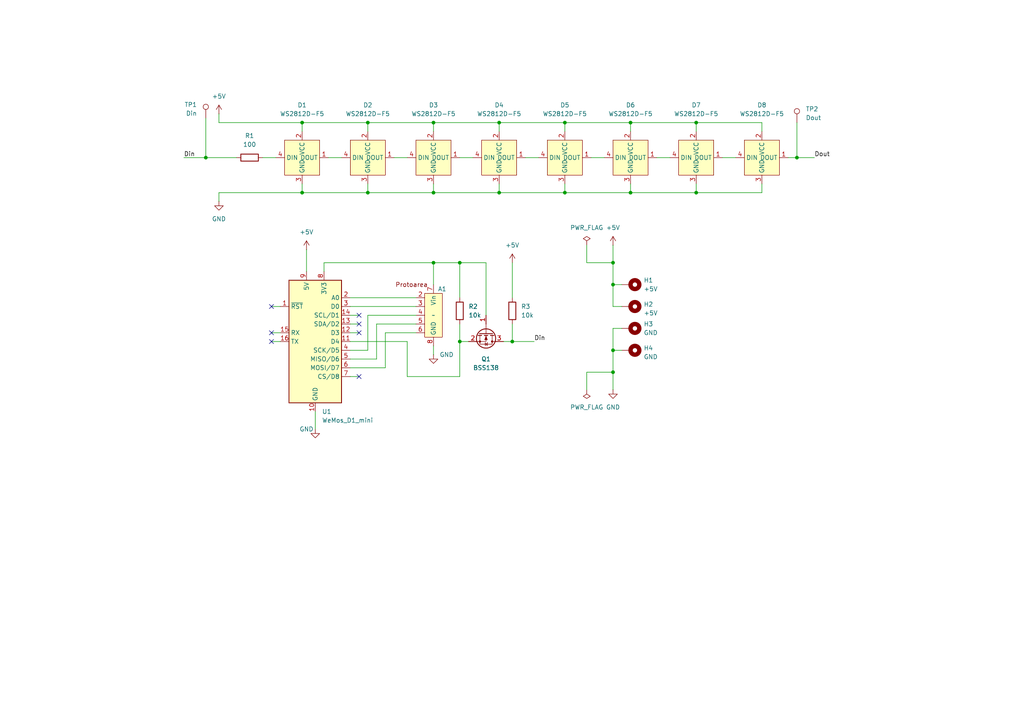
<source format=kicad_sch>
(kicad_sch
	(version 20231120)
	(generator "eeschema")
	(generator_version "8.0")
	(uuid "4acc92b7-ae78-4f6f-8f1d-403b41b8ff51")
	(paper "A4")
	(lib_symbols
		(symbol "Connector:TestPoint"
			(pin_numbers hide)
			(pin_names
				(offset 0.762) hide)
			(exclude_from_sim no)
			(in_bom yes)
			(on_board yes)
			(property "Reference" "TP"
				(at 0 6.858 0)
				(effects
					(font
						(size 1.27 1.27)
					)
				)
			)
			(property "Value" "TestPoint"
				(at 0 5.08 0)
				(effects
					(font
						(size 1.27 1.27)
					)
				)
			)
			(property "Footprint" ""
				(at 5.08 0 0)
				(effects
					(font
						(size 1.27 1.27)
					)
					(hide yes)
				)
			)
			(property "Datasheet" "~"
				(at 5.08 0 0)
				(effects
					(font
						(size 1.27 1.27)
					)
					(hide yes)
				)
			)
			(property "Description" "test point"
				(at 0 0 0)
				(effects
					(font
						(size 1.27 1.27)
					)
					(hide yes)
				)
			)
			(property "ki_keywords" "test point tp"
				(at 0 0 0)
				(effects
					(font
						(size 1.27 1.27)
					)
					(hide yes)
				)
			)
			(property "ki_fp_filters" "Pin* Test*"
				(at 0 0 0)
				(effects
					(font
						(size 1.27 1.27)
					)
					(hide yes)
				)
			)
			(symbol "TestPoint_0_1"
				(circle
					(center 0 3.302)
					(radius 0.762)
					(stroke
						(width 0)
						(type default)
					)
					(fill
						(type none)
					)
				)
			)
			(symbol "TestPoint_1_1"
				(pin passive line
					(at 0 0 90)
					(length 2.54)
					(name "1"
						(effects
							(font
								(size 1.27 1.27)
							)
						)
					)
					(number "1"
						(effects
							(font
								(size 1.27 1.27)
							)
						)
					)
				)
			)
		)
		(symbol "Device:R"
			(pin_numbers hide)
			(pin_names
				(offset 0)
			)
			(exclude_from_sim no)
			(in_bom yes)
			(on_board yes)
			(property "Reference" "R"
				(at 2.032 0 90)
				(effects
					(font
						(size 1.27 1.27)
					)
				)
			)
			(property "Value" "R"
				(at 0 0 90)
				(effects
					(font
						(size 1.27 1.27)
					)
				)
			)
			(property "Footprint" ""
				(at -1.778 0 90)
				(effects
					(font
						(size 1.27 1.27)
					)
					(hide yes)
				)
			)
			(property "Datasheet" "~"
				(at 0 0 0)
				(effects
					(font
						(size 1.27 1.27)
					)
					(hide yes)
				)
			)
			(property "Description" "Resistor"
				(at 0 0 0)
				(effects
					(font
						(size 1.27 1.27)
					)
					(hide yes)
				)
			)
			(property "ki_keywords" "R res resistor"
				(at 0 0 0)
				(effects
					(font
						(size 1.27 1.27)
					)
					(hide yes)
				)
			)
			(property "ki_fp_filters" "R_*"
				(at 0 0 0)
				(effects
					(font
						(size 1.27 1.27)
					)
					(hide yes)
				)
			)
			(symbol "R_0_1"
				(rectangle
					(start -1.016 -2.54)
					(end 1.016 2.54)
					(stroke
						(width 0.254)
						(type default)
					)
					(fill
						(type none)
					)
				)
			)
			(symbol "R_1_1"
				(pin passive line
					(at 0 3.81 270)
					(length 1.27)
					(name "~"
						(effects
							(font
								(size 1.27 1.27)
							)
						)
					)
					(number "1"
						(effects
							(font
								(size 1.27 1.27)
							)
						)
					)
				)
				(pin passive line
					(at 0 -3.81 90)
					(length 1.27)
					(name "~"
						(effects
							(font
								(size 1.27 1.27)
							)
						)
					)
					(number "2"
						(effects
							(font
								(size 1.27 1.27)
							)
						)
					)
				)
			)
		)
		(symbol "MCU_Module:WeMos_D1_mini"
			(exclude_from_sim no)
			(in_bom yes)
			(on_board yes)
			(property "Reference" "U"
				(at 3.81 19.05 0)
				(effects
					(font
						(size 1.27 1.27)
					)
					(justify left)
				)
			)
			(property "Value" "WeMos_D1_mini"
				(at 1.27 -19.05 0)
				(effects
					(font
						(size 1.27 1.27)
					)
					(justify left)
				)
			)
			(property "Footprint" "Module:WEMOS_D1_mini_light"
				(at 0 -29.21 0)
				(effects
					(font
						(size 1.27 1.27)
					)
					(hide yes)
				)
			)
			(property "Datasheet" "https://wiki.wemos.cc/products:d1:d1_mini#documentation"
				(at -46.99 -29.21 0)
				(effects
					(font
						(size 1.27 1.27)
					)
					(hide yes)
				)
			)
			(property "Description" "32-bit microcontroller module with WiFi"
				(at 0 0 0)
				(effects
					(font
						(size 1.27 1.27)
					)
					(hide yes)
				)
			)
			(property "ki_keywords" "ESP8266 WiFi microcontroller ESP8266EX"
				(at 0 0 0)
				(effects
					(font
						(size 1.27 1.27)
					)
					(hide yes)
				)
			)
			(property "ki_fp_filters" "WEMOS*D1*mini*"
				(at 0 0 0)
				(effects
					(font
						(size 1.27 1.27)
					)
					(hide yes)
				)
			)
			(symbol "WeMos_D1_mini_1_1"
				(rectangle
					(start -7.62 17.78)
					(end 7.62 -17.78)
					(stroke
						(width 0.254)
						(type default)
					)
					(fill
						(type background)
					)
				)
				(pin input line
					(at -10.16 10.16 0)
					(length 2.54)
					(name "~{RST}"
						(effects
							(font
								(size 1.27 1.27)
							)
						)
					)
					(number "1"
						(effects
							(font
								(size 1.27 1.27)
							)
						)
					)
				)
				(pin power_in line
					(at 0 -20.32 90)
					(length 2.54)
					(name "GND"
						(effects
							(font
								(size 1.27 1.27)
							)
						)
					)
					(number "10"
						(effects
							(font
								(size 1.27 1.27)
							)
						)
					)
				)
				(pin bidirectional line
					(at 10.16 0 180)
					(length 2.54)
					(name "D4"
						(effects
							(font
								(size 1.27 1.27)
							)
						)
					)
					(number "11"
						(effects
							(font
								(size 1.27 1.27)
							)
						)
					)
				)
				(pin bidirectional line
					(at 10.16 2.54 180)
					(length 2.54)
					(name "D3"
						(effects
							(font
								(size 1.27 1.27)
							)
						)
					)
					(number "12"
						(effects
							(font
								(size 1.27 1.27)
							)
						)
					)
				)
				(pin bidirectional line
					(at 10.16 5.08 180)
					(length 2.54)
					(name "SDA/D2"
						(effects
							(font
								(size 1.27 1.27)
							)
						)
					)
					(number "13"
						(effects
							(font
								(size 1.27 1.27)
							)
						)
					)
				)
				(pin bidirectional line
					(at 10.16 7.62 180)
					(length 2.54)
					(name "SCL/D1"
						(effects
							(font
								(size 1.27 1.27)
							)
						)
					)
					(number "14"
						(effects
							(font
								(size 1.27 1.27)
							)
						)
					)
				)
				(pin input line
					(at -10.16 2.54 0)
					(length 2.54)
					(name "RX"
						(effects
							(font
								(size 1.27 1.27)
							)
						)
					)
					(number "15"
						(effects
							(font
								(size 1.27 1.27)
							)
						)
					)
				)
				(pin output line
					(at -10.16 0 0)
					(length 2.54)
					(name "TX"
						(effects
							(font
								(size 1.27 1.27)
							)
						)
					)
					(number "16"
						(effects
							(font
								(size 1.27 1.27)
							)
						)
					)
				)
				(pin input line
					(at 10.16 12.7 180)
					(length 2.54)
					(name "A0"
						(effects
							(font
								(size 1.27 1.27)
							)
						)
					)
					(number "2"
						(effects
							(font
								(size 1.27 1.27)
							)
						)
					)
				)
				(pin bidirectional line
					(at 10.16 10.16 180)
					(length 2.54)
					(name "D0"
						(effects
							(font
								(size 1.27 1.27)
							)
						)
					)
					(number "3"
						(effects
							(font
								(size 1.27 1.27)
							)
						)
					)
				)
				(pin bidirectional line
					(at 10.16 -2.54 180)
					(length 2.54)
					(name "SCK/D5"
						(effects
							(font
								(size 1.27 1.27)
							)
						)
					)
					(number "4"
						(effects
							(font
								(size 1.27 1.27)
							)
						)
					)
				)
				(pin bidirectional line
					(at 10.16 -5.08 180)
					(length 2.54)
					(name "MISO/D6"
						(effects
							(font
								(size 1.27 1.27)
							)
						)
					)
					(number "5"
						(effects
							(font
								(size 1.27 1.27)
							)
						)
					)
				)
				(pin bidirectional line
					(at 10.16 -7.62 180)
					(length 2.54)
					(name "MOSI/D7"
						(effects
							(font
								(size 1.27 1.27)
							)
						)
					)
					(number "6"
						(effects
							(font
								(size 1.27 1.27)
							)
						)
					)
				)
				(pin bidirectional line
					(at 10.16 -10.16 180)
					(length 2.54)
					(name "CS/D8"
						(effects
							(font
								(size 1.27 1.27)
							)
						)
					)
					(number "7"
						(effects
							(font
								(size 1.27 1.27)
							)
						)
					)
				)
				(pin power_out line
					(at 2.54 20.32 270)
					(length 2.54)
					(name "3V3"
						(effects
							(font
								(size 1.27 1.27)
							)
						)
					)
					(number "8"
						(effects
							(font
								(size 1.27 1.27)
							)
						)
					)
				)
				(pin power_in line
					(at -2.54 20.32 270)
					(length 2.54)
					(name "5V"
						(effects
							(font
								(size 1.27 1.27)
							)
						)
					)
					(number "9"
						(effects
							(font
								(size 1.27 1.27)
							)
						)
					)
				)
			)
		)
		(symbol "Mechanical:MountingHole_Pad"
			(pin_numbers hide)
			(pin_names
				(offset 1.016) hide)
			(exclude_from_sim yes)
			(in_bom no)
			(on_board yes)
			(property "Reference" "H"
				(at 0 6.35 0)
				(effects
					(font
						(size 1.27 1.27)
					)
				)
			)
			(property "Value" "MountingHole_Pad"
				(at 0 4.445 0)
				(effects
					(font
						(size 1.27 1.27)
					)
				)
			)
			(property "Footprint" ""
				(at 0 0 0)
				(effects
					(font
						(size 1.27 1.27)
					)
					(hide yes)
				)
			)
			(property "Datasheet" "~"
				(at 0 0 0)
				(effects
					(font
						(size 1.27 1.27)
					)
					(hide yes)
				)
			)
			(property "Description" "Mounting Hole with connection"
				(at 0 0 0)
				(effects
					(font
						(size 1.27 1.27)
					)
					(hide yes)
				)
			)
			(property "ki_keywords" "mounting hole"
				(at 0 0 0)
				(effects
					(font
						(size 1.27 1.27)
					)
					(hide yes)
				)
			)
			(property "ki_fp_filters" "MountingHole*Pad*"
				(at 0 0 0)
				(effects
					(font
						(size 1.27 1.27)
					)
					(hide yes)
				)
			)
			(symbol "MountingHole_Pad_0_1"
				(circle
					(center 0 1.27)
					(radius 1.27)
					(stroke
						(width 1.27)
						(type default)
					)
					(fill
						(type none)
					)
				)
			)
			(symbol "MountingHole_Pad_1_1"
				(pin input line
					(at 0 -2.54 90)
					(length 2.54)
					(name "1"
						(effects
							(font
								(size 1.27 1.27)
							)
						)
					)
					(number "1"
						(effects
							(font
								(size 1.27 1.27)
							)
						)
					)
				)
			)
		)
		(symbol "Protoarea:Protoarea"
			(exclude_from_sim no)
			(in_bom yes)
			(on_board yes)
			(property "Reference" "A"
				(at 5.08 -2.54 0)
				(effects
					(font
						(size 1.27 1.27)
					)
				)
			)
			(property "Value" ""
				(at 0 0 0)
				(effects
					(font
						(size 1.27 1.27)
					)
				)
			)
			(property "Footprint" ""
				(at 0 0 0)
				(effects
					(font
						(size 1.27 1.27)
					)
					(hide yes)
				)
			)
			(property "Datasheet" ""
				(at 0 0 0)
				(effects
					(font
						(size 1.27 1.27)
					)
					(hide yes)
				)
			)
			(property "Description" ""
				(at 0 0 0)
				(effects
					(font
						(size 1.27 1.27)
					)
					(hide yes)
				)
			)
			(symbol "Protoarea_1_1"
				(rectangle
					(start -2.54 6.35)
					(end 2.54 -6.35)
					(stroke
						(width 0)
						(type default)
					)
					(fill
						(type background)
					)
				)
				(text "Protoarea"
					(at -6.35 8.89 0)
					(effects
						(font
							(size 1.27 1.27)
						)
					)
				)
				(pin output line
					(at -5.08 5.08 0)
					(length 2.54)
					(name ""
						(effects
							(font
								(size 1.27 1.27)
							)
						)
					)
					(number "2"
						(effects
							(font
								(size 1.27 1.27)
							)
						)
					)
				)
				(pin input line
					(at -5.08 2.54 0)
					(length 2.54)
					(name ""
						(effects
							(font
								(size 1.27 1.27)
							)
						)
					)
					(number "3"
						(effects
							(font
								(size 1.27 1.27)
							)
						)
					)
				)
				(pin input line
					(at -5.08 0 0)
					(length 2.54)
					(name ""
						(effects
							(font
								(size 1.27 1.27)
							)
						)
					)
					(number "4"
						(effects
							(font
								(size 1.27 1.27)
							)
						)
					)
				)
				(pin input line
					(at -5.08 -2.54 0)
					(length 2.54)
					(name ""
						(effects
							(font
								(size 1.27 1.27)
							)
						)
					)
					(number "5"
						(effects
							(font
								(size 1.27 1.27)
							)
						)
					)
				)
				(pin input line
					(at -5.08 -5.08 0)
					(length 2.54)
					(name ""
						(effects
							(font
								(size 1.27 1.27)
							)
						)
					)
					(number "6"
						(effects
							(font
								(size 1.27 1.27)
							)
						)
					)
				)
				(pin power_in line
					(at 0 8.89 270)
					(length 2.54)
					(name "Vin"
						(effects
							(font
								(size 1.27 1.27)
							)
						)
					)
					(number "7"
						(effects
							(font
								(size 1.27 1.27)
							)
						)
					)
				)
				(pin power_in line
					(at 0 -8.89 90)
					(length 2.54)
					(name "GND"
						(effects
							(font
								(size 1.27 1.27)
							)
						)
					)
					(number "8"
						(effects
							(font
								(size 1.27 1.27)
							)
						)
					)
				)
			)
		)
		(symbol "Transistor_FET:BSS138"
			(pin_names hide)
			(exclude_from_sim no)
			(in_bom yes)
			(on_board yes)
			(property "Reference" "Q"
				(at 5.08 1.905 0)
				(effects
					(font
						(size 1.27 1.27)
					)
					(justify left)
				)
			)
			(property "Value" "BSS138"
				(at 5.08 0 0)
				(effects
					(font
						(size 1.27 1.27)
					)
					(justify left)
				)
			)
			(property "Footprint" "Package_TO_SOT_SMD:SOT-23"
				(at 5.08 -1.905 0)
				(effects
					(font
						(size 1.27 1.27)
						(italic yes)
					)
					(justify left)
					(hide yes)
				)
			)
			(property "Datasheet" "https://www.onsemi.com/pub/Collateral/BSS138-D.PDF"
				(at 5.08 -3.81 0)
				(effects
					(font
						(size 1.27 1.27)
					)
					(justify left)
					(hide yes)
				)
			)
			(property "Description" "50V Vds, 0.22A Id, N-Channel MOSFET, SOT-23"
				(at 0 0 0)
				(effects
					(font
						(size 1.27 1.27)
					)
					(hide yes)
				)
			)
			(property "ki_keywords" "N-Channel MOSFET"
				(at 0 0 0)
				(effects
					(font
						(size 1.27 1.27)
					)
					(hide yes)
				)
			)
			(property "ki_fp_filters" "SOT?23*"
				(at 0 0 0)
				(effects
					(font
						(size 1.27 1.27)
					)
					(hide yes)
				)
			)
			(symbol "BSS138_0_1"
				(polyline
					(pts
						(xy 0.254 0) (xy -2.54 0)
					)
					(stroke
						(width 0)
						(type default)
					)
					(fill
						(type none)
					)
				)
				(polyline
					(pts
						(xy 0.254 1.905) (xy 0.254 -1.905)
					)
					(stroke
						(width 0.254)
						(type default)
					)
					(fill
						(type none)
					)
				)
				(polyline
					(pts
						(xy 0.762 -1.27) (xy 0.762 -2.286)
					)
					(stroke
						(width 0.254)
						(type default)
					)
					(fill
						(type none)
					)
				)
				(polyline
					(pts
						(xy 0.762 0.508) (xy 0.762 -0.508)
					)
					(stroke
						(width 0.254)
						(type default)
					)
					(fill
						(type none)
					)
				)
				(polyline
					(pts
						(xy 0.762 2.286) (xy 0.762 1.27)
					)
					(stroke
						(width 0.254)
						(type default)
					)
					(fill
						(type none)
					)
				)
				(polyline
					(pts
						(xy 2.54 2.54) (xy 2.54 1.778)
					)
					(stroke
						(width 0)
						(type default)
					)
					(fill
						(type none)
					)
				)
				(polyline
					(pts
						(xy 2.54 -2.54) (xy 2.54 0) (xy 0.762 0)
					)
					(stroke
						(width 0)
						(type default)
					)
					(fill
						(type none)
					)
				)
				(polyline
					(pts
						(xy 0.762 -1.778) (xy 3.302 -1.778) (xy 3.302 1.778) (xy 0.762 1.778)
					)
					(stroke
						(width 0)
						(type default)
					)
					(fill
						(type none)
					)
				)
				(polyline
					(pts
						(xy 1.016 0) (xy 2.032 0.381) (xy 2.032 -0.381) (xy 1.016 0)
					)
					(stroke
						(width 0)
						(type default)
					)
					(fill
						(type outline)
					)
				)
				(polyline
					(pts
						(xy 2.794 0.508) (xy 2.921 0.381) (xy 3.683 0.381) (xy 3.81 0.254)
					)
					(stroke
						(width 0)
						(type default)
					)
					(fill
						(type none)
					)
				)
				(polyline
					(pts
						(xy 3.302 0.381) (xy 2.921 -0.254) (xy 3.683 -0.254) (xy 3.302 0.381)
					)
					(stroke
						(width 0)
						(type default)
					)
					(fill
						(type none)
					)
				)
				(circle
					(center 1.651 0)
					(radius 2.794)
					(stroke
						(width 0.254)
						(type default)
					)
					(fill
						(type none)
					)
				)
				(circle
					(center 2.54 -1.778)
					(radius 0.254)
					(stroke
						(width 0)
						(type default)
					)
					(fill
						(type outline)
					)
				)
				(circle
					(center 2.54 1.778)
					(radius 0.254)
					(stroke
						(width 0)
						(type default)
					)
					(fill
						(type outline)
					)
				)
			)
			(symbol "BSS138_1_1"
				(pin input line
					(at -5.08 0 0)
					(length 2.54)
					(name "G"
						(effects
							(font
								(size 1.27 1.27)
							)
						)
					)
					(number "1"
						(effects
							(font
								(size 1.27 1.27)
							)
						)
					)
				)
				(pin passive line
					(at 2.54 -5.08 90)
					(length 2.54)
					(name "S"
						(effects
							(font
								(size 1.27 1.27)
							)
						)
					)
					(number "2"
						(effects
							(font
								(size 1.27 1.27)
							)
						)
					)
				)
				(pin passive line
					(at 2.54 5.08 270)
					(length 2.54)
					(name "D"
						(effects
							(font
								(size 1.27 1.27)
							)
						)
					)
					(number "3"
						(effects
							(font
								(size 1.27 1.27)
							)
						)
					)
				)
			)
		)
		(symbol "WS2812D-F5-1261:WS2812D-F5-1261"
			(exclude_from_sim no)
			(in_bom yes)
			(on_board yes)
			(property "Reference" "LED"
				(at 0 14.224 0)
				(effects
					(font
						(size 1.27 1.27)
					)
				)
			)
			(property "Value" "WS2812D-F5"
				(at 0 12.192 0)
				(effects
					(font
						(size 1.27 1.27)
					)
				)
			)
			(property "Footprint" "WS2812_THT:WS2812_THT"
				(at 0 0 0)
				(effects
					(font
						(size 1.27 1.27)
					)
					(hide yes)
				)
			)
			(property "Datasheet" "https://www.lcsc.com/datasheet/lcsc_datasheet_2204181500_Worldsemi-WS2812D-F5_C190565.pdf"
				(at 8.128 0 0)
				(effects
					(font
						(size 1.27 1.27)
					)
					(hide yes)
				)
			)
			(property "Description" ""
				(at 0 0 0)
				(effects
					(font
						(size 1.27 1.27)
					)
					(hide yes)
				)
			)
			(property "LCSC Part #" "C190565"
				(at 0 0 0)
				(effects
					(font
						(size 1.27 1.27)
					)
					(hide yes)
				)
			)
			(symbol "WS2812D-F5-1261_1_1"
				(rectangle
					(start -5.08 5.08)
					(end 5.08 -5.08)
					(stroke
						(width 0)
						(type default)
					)
					(fill
						(type background)
					)
				)
				(pin output line
					(at 7.62 0 180)
					(length 2.54)
					(name "DOUT"
						(effects
							(font
								(size 1.27 1.27)
							)
						)
					)
					(number "1"
						(effects
							(font
								(size 1.27 1.27)
							)
						)
					)
				)
				(pin power_in line
					(at 0 7.62 270)
					(length 2.54)
					(name "VCC"
						(effects
							(font
								(size 1.27 1.27)
							)
						)
					)
					(number "2"
						(effects
							(font
								(size 1.27 1.27)
							)
						)
					)
				)
				(pin power_in line
					(at 0 -7.62 90)
					(length 2.54)
					(name "GND"
						(effects
							(font
								(size 1.27 1.27)
							)
						)
					)
					(number "3"
						(effects
							(font
								(size 1.27 1.27)
							)
						)
					)
				)
				(pin input line
					(at -7.62 0 0)
					(length 2.54)
					(name "DIN"
						(effects
							(font
								(size 1.27 1.27)
							)
						)
					)
					(number "4"
						(effects
							(font
								(size 1.27 1.27)
							)
						)
					)
				)
			)
		)
		(symbol "power:+5V"
			(power)
			(pin_numbers hide)
			(pin_names
				(offset 0) hide)
			(exclude_from_sim no)
			(in_bom yes)
			(on_board yes)
			(property "Reference" "#PWR"
				(at 0 -3.81 0)
				(effects
					(font
						(size 1.27 1.27)
					)
					(hide yes)
				)
			)
			(property "Value" "+5V"
				(at 0 3.556 0)
				(effects
					(font
						(size 1.27 1.27)
					)
				)
			)
			(property "Footprint" ""
				(at 0 0 0)
				(effects
					(font
						(size 1.27 1.27)
					)
					(hide yes)
				)
			)
			(property "Datasheet" ""
				(at 0 0 0)
				(effects
					(font
						(size 1.27 1.27)
					)
					(hide yes)
				)
			)
			(property "Description" "Power symbol creates a global label with name \"+5V\""
				(at 0 0 0)
				(effects
					(font
						(size 1.27 1.27)
					)
					(hide yes)
				)
			)
			(property "ki_keywords" "global power"
				(at 0 0 0)
				(effects
					(font
						(size 1.27 1.27)
					)
					(hide yes)
				)
			)
			(symbol "+5V_0_1"
				(polyline
					(pts
						(xy -0.762 1.27) (xy 0 2.54)
					)
					(stroke
						(width 0)
						(type default)
					)
					(fill
						(type none)
					)
				)
				(polyline
					(pts
						(xy 0 0) (xy 0 2.54)
					)
					(stroke
						(width 0)
						(type default)
					)
					(fill
						(type none)
					)
				)
				(polyline
					(pts
						(xy 0 2.54) (xy 0.762 1.27)
					)
					(stroke
						(width 0)
						(type default)
					)
					(fill
						(type none)
					)
				)
			)
			(symbol "+5V_1_1"
				(pin power_in line
					(at 0 0 90)
					(length 0)
					(name "~"
						(effects
							(font
								(size 1.27 1.27)
							)
						)
					)
					(number "1"
						(effects
							(font
								(size 1.27 1.27)
							)
						)
					)
				)
			)
		)
		(symbol "power:GND"
			(power)
			(pin_numbers hide)
			(pin_names
				(offset 0) hide)
			(exclude_from_sim no)
			(in_bom yes)
			(on_board yes)
			(property "Reference" "#PWR"
				(at 0 -6.35 0)
				(effects
					(font
						(size 1.27 1.27)
					)
					(hide yes)
				)
			)
			(property "Value" "GND"
				(at 0 -3.81 0)
				(effects
					(font
						(size 1.27 1.27)
					)
				)
			)
			(property "Footprint" ""
				(at 0 0 0)
				(effects
					(font
						(size 1.27 1.27)
					)
					(hide yes)
				)
			)
			(property "Datasheet" ""
				(at 0 0 0)
				(effects
					(font
						(size 1.27 1.27)
					)
					(hide yes)
				)
			)
			(property "Description" "Power symbol creates a global label with name \"GND\" , ground"
				(at 0 0 0)
				(effects
					(font
						(size 1.27 1.27)
					)
					(hide yes)
				)
			)
			(property "ki_keywords" "global power"
				(at 0 0 0)
				(effects
					(font
						(size 1.27 1.27)
					)
					(hide yes)
				)
			)
			(symbol "GND_0_1"
				(polyline
					(pts
						(xy 0 0) (xy 0 -1.27) (xy 1.27 -1.27) (xy 0 -2.54) (xy -1.27 -1.27) (xy 0 -1.27)
					)
					(stroke
						(width 0)
						(type default)
					)
					(fill
						(type none)
					)
				)
			)
			(symbol "GND_1_1"
				(pin power_in line
					(at 0 0 270)
					(length 0)
					(name "~"
						(effects
							(font
								(size 1.27 1.27)
							)
						)
					)
					(number "1"
						(effects
							(font
								(size 1.27 1.27)
							)
						)
					)
				)
			)
		)
		(symbol "power:PWR_FLAG"
			(power)
			(pin_numbers hide)
			(pin_names
				(offset 0) hide)
			(exclude_from_sim no)
			(in_bom yes)
			(on_board yes)
			(property "Reference" "#FLG"
				(at 0 1.905 0)
				(effects
					(font
						(size 1.27 1.27)
					)
					(hide yes)
				)
			)
			(property "Value" "PWR_FLAG"
				(at 0 3.81 0)
				(effects
					(font
						(size 1.27 1.27)
					)
				)
			)
			(property "Footprint" ""
				(at 0 0 0)
				(effects
					(font
						(size 1.27 1.27)
					)
					(hide yes)
				)
			)
			(property "Datasheet" "~"
				(at 0 0 0)
				(effects
					(font
						(size 1.27 1.27)
					)
					(hide yes)
				)
			)
			(property "Description" "Special symbol for telling ERC where power comes from"
				(at 0 0 0)
				(effects
					(font
						(size 1.27 1.27)
					)
					(hide yes)
				)
			)
			(property "ki_keywords" "flag power"
				(at 0 0 0)
				(effects
					(font
						(size 1.27 1.27)
					)
					(hide yes)
				)
			)
			(symbol "PWR_FLAG_0_0"
				(pin power_out line
					(at 0 0 90)
					(length 0)
					(name "~"
						(effects
							(font
								(size 1.27 1.27)
							)
						)
					)
					(number "1"
						(effects
							(font
								(size 1.27 1.27)
							)
						)
					)
				)
			)
			(symbol "PWR_FLAG_0_1"
				(polyline
					(pts
						(xy 0 0) (xy 0 1.27) (xy -1.016 1.905) (xy 0 2.54) (xy 1.016 1.905) (xy 0 1.27)
					)
					(stroke
						(width 0)
						(type default)
					)
					(fill
						(type none)
					)
				)
			)
		)
	)
	(junction
		(at 201.93 55.88)
		(diameter 0)
		(color 0 0 0 0)
		(uuid "0c239121-d42d-4b99-88a6-c3e531fe0955")
	)
	(junction
		(at 177.8 107.95)
		(diameter 0)
		(color 0 0 0 0)
		(uuid "0f497200-dc19-428b-bacd-b455076a7708")
	)
	(junction
		(at 201.93 35.56)
		(diameter 0)
		(color 0 0 0 0)
		(uuid "23efd7b5-151a-4d21-8659-0bd6819d4c56")
	)
	(junction
		(at 163.83 55.88)
		(diameter 0)
		(color 0 0 0 0)
		(uuid "289a82c7-9ef0-4892-ba6b-d968d0d07c54")
	)
	(junction
		(at 144.78 35.56)
		(diameter 0)
		(color 0 0 0 0)
		(uuid "30029605-7e05-4619-a792-c33410095aec")
	)
	(junction
		(at 177.8 82.55)
		(diameter 0)
		(color 0 0 0 0)
		(uuid "322fcc5e-6d95-41ec-8318-08f644f4c752")
	)
	(junction
		(at 177.8 101.6)
		(diameter 0)
		(color 0 0 0 0)
		(uuid "33361cc4-8609-4db8-9cba-67f9f39e1474")
	)
	(junction
		(at 87.63 35.56)
		(diameter 0)
		(color 0 0 0 0)
		(uuid "4770dd13-60b6-4121-9aab-10dbfcfba706")
	)
	(junction
		(at 125.73 55.88)
		(diameter 0)
		(color 0 0 0 0)
		(uuid "5b6d4ca3-50c4-48c1-a208-329dfff9c3a4")
	)
	(junction
		(at 182.88 55.88)
		(diameter 0)
		(color 0 0 0 0)
		(uuid "641ebc26-6b00-4fce-a366-a402571229a1")
	)
	(junction
		(at 106.68 55.88)
		(diameter 0)
		(color 0 0 0 0)
		(uuid "8477ca20-b77f-46fa-be9c-8db98be87379")
	)
	(junction
		(at 144.78 55.88)
		(diameter 0)
		(color 0 0 0 0)
		(uuid "85b8ae6f-1041-4559-9217-ad8bf96cec3a")
	)
	(junction
		(at 87.63 55.88)
		(diameter 0)
		(color 0 0 0 0)
		(uuid "93fe26a1-31f6-49f5-8461-5cb15f15b137")
	)
	(junction
		(at 148.59 99.06)
		(diameter 0)
		(color 0 0 0 0)
		(uuid "b350909b-2c0d-4bf4-a7d9-275ac9a9dc05")
	)
	(junction
		(at 133.35 99.06)
		(diameter 0)
		(color 0 0 0 0)
		(uuid "bbecba21-e317-4afe-91c5-a1e8518bbce8")
	)
	(junction
		(at 177.8 76.2)
		(diameter 0)
		(color 0 0 0 0)
		(uuid "c651a1d0-5c41-4f9f-b818-2aa36e5e0e48")
	)
	(junction
		(at 163.83 35.56)
		(diameter 0)
		(color 0 0 0 0)
		(uuid "cb1dcfd3-fcd2-4ac0-85f2-1a366bce6108")
	)
	(junction
		(at 231.14 45.72)
		(diameter 0)
		(color 0 0 0 0)
		(uuid "d66a17ca-d88c-41cc-a958-891541cbf5b7")
	)
	(junction
		(at 133.35 76.2)
		(diameter 0)
		(color 0 0 0 0)
		(uuid "e2f74823-07a0-4d59-b622-9bf2e3e5650e")
	)
	(junction
		(at 125.73 76.2)
		(diameter 0)
		(color 0 0 0 0)
		(uuid "e63587ee-fde5-4ca1-aa71-7ca9c2b5bc72")
	)
	(junction
		(at 106.68 35.56)
		(diameter 0)
		(color 0 0 0 0)
		(uuid "ee315d76-898e-4936-9361-baf554a20d44")
	)
	(junction
		(at 182.88 35.56)
		(diameter 0)
		(color 0 0 0 0)
		(uuid "eff5261c-4781-438a-abbe-7b7da2857ad2")
	)
	(junction
		(at 59.69 45.72)
		(diameter 0)
		(color 0 0 0 0)
		(uuid "f8a2e5a8-da17-456b-9b19-2699db64bdae")
	)
	(junction
		(at 125.73 35.56)
		(diameter 0)
		(color 0 0 0 0)
		(uuid "ff268e9f-5f5a-4365-a69c-76f4626ada92")
	)
	(no_connect
		(at 104.14 96.52)
		(uuid "07dc2ae2-ed66-4de5-aa8e-cb786f76ca5e")
	)
	(no_connect
		(at 78.74 96.52)
		(uuid "2523e361-a525-423c-a933-264080042413")
	)
	(no_connect
		(at 104.14 91.44)
		(uuid "2cbdcff9-342b-42bf-9091-58290c060f16")
	)
	(no_connect
		(at 104.14 109.22)
		(uuid "51501653-d49c-4520-8737-50e5c3503a35")
	)
	(no_connect
		(at 78.74 88.9)
		(uuid "59f51e5b-d1b7-418a-bbbe-2dd5ff1c2494")
	)
	(no_connect
		(at 78.74 99.06)
		(uuid "e3f6e519-f773-4bff-ad99-1eea0d5e9020")
	)
	(no_connect
		(at 104.14 93.98)
		(uuid "fa2b3b45-1656-4136-8751-5d2bff770772")
	)
	(wire
		(pts
			(xy 101.6 96.52) (xy 104.14 96.52)
		)
		(stroke
			(width 0)
			(type default)
		)
		(uuid "046675f9-7c31-47cc-898f-1c8e98facfa6")
	)
	(wire
		(pts
			(xy 146.05 99.06) (xy 148.59 99.06)
		)
		(stroke
			(width 0)
			(type default)
		)
		(uuid "07f9b311-df87-4411-bb2e-9e4e41e996d8")
	)
	(wire
		(pts
			(xy 106.68 35.56) (xy 106.68 38.1)
		)
		(stroke
			(width 0)
			(type default)
		)
		(uuid "0a0eccb7-875c-46c0-95c0-5fc31c371110")
	)
	(wire
		(pts
			(xy 177.8 71.12) (xy 177.8 76.2)
		)
		(stroke
			(width 0)
			(type default)
		)
		(uuid "0a95e842-b441-4d8e-8b6d-2f23c6a34e95")
	)
	(wire
		(pts
			(xy 170.18 107.95) (xy 177.8 107.95)
		)
		(stroke
			(width 0)
			(type default)
		)
		(uuid "0d3e87c0-8ff4-48ca-9fe3-dd25d3c92c45")
	)
	(wire
		(pts
			(xy 182.88 35.56) (xy 201.93 35.56)
		)
		(stroke
			(width 0)
			(type default)
		)
		(uuid "0e8f6722-a01e-4f24-bc31-ebea142e881b")
	)
	(wire
		(pts
			(xy 220.98 35.56) (xy 220.98 38.1)
		)
		(stroke
			(width 0)
			(type default)
		)
		(uuid "105a44a6-8fb8-469c-b042-f4446929b6a6")
	)
	(wire
		(pts
			(xy 118.11 109.22) (xy 133.35 109.22)
		)
		(stroke
			(width 0)
			(type default)
		)
		(uuid "1de3f51f-db46-4a08-993c-099ec9b3c146")
	)
	(wire
		(pts
			(xy 87.63 53.34) (xy 87.63 55.88)
		)
		(stroke
			(width 0)
			(type default)
		)
		(uuid "1e474e47-7ae2-4e3d-888c-0bbd996cfa6d")
	)
	(wire
		(pts
			(xy 177.8 76.2) (xy 177.8 82.55)
		)
		(stroke
			(width 0)
			(type default)
		)
		(uuid "216602f6-6f57-42ac-8795-18270d99f53c")
	)
	(wire
		(pts
			(xy 177.8 82.55) (xy 180.34 82.55)
		)
		(stroke
			(width 0)
			(type default)
		)
		(uuid "26851aa7-df75-4621-8cf3-7d651f8f1c5b")
	)
	(wire
		(pts
			(xy 93.98 78.74) (xy 93.98 76.2)
		)
		(stroke
			(width 0)
			(type default)
		)
		(uuid "27fe0dc8-3b39-44d0-983f-7abd1ea04621")
	)
	(wire
		(pts
			(xy 88.9 72.39) (xy 88.9 78.74)
		)
		(stroke
			(width 0)
			(type default)
		)
		(uuid "284daea3-2e25-4f35-bd73-c81fd9c714a4")
	)
	(wire
		(pts
			(xy 63.5 55.88) (xy 87.63 55.88)
		)
		(stroke
			(width 0)
			(type default)
		)
		(uuid "2985c9b4-80cf-4c17-8141-2c77e4666637")
	)
	(wire
		(pts
			(xy 177.8 82.55) (xy 177.8 88.9)
		)
		(stroke
			(width 0)
			(type default)
		)
		(uuid "2b6049ea-647b-48af-bf19-4d395b1f3b4d")
	)
	(wire
		(pts
			(xy 182.88 35.56) (xy 182.88 38.1)
		)
		(stroke
			(width 0)
			(type default)
		)
		(uuid "2bd70011-d306-4c13-89f9-446348bd3e4b")
	)
	(wire
		(pts
			(xy 163.83 55.88) (xy 144.78 55.88)
		)
		(stroke
			(width 0)
			(type default)
		)
		(uuid "2f7f4310-a212-485e-a88e-2bcfbcbbe25f")
	)
	(wire
		(pts
			(xy 140.97 76.2) (xy 140.97 91.44)
		)
		(stroke
			(width 0)
			(type default)
		)
		(uuid "2fe5a801-3c26-47df-9018-14e0fcb78123")
	)
	(wire
		(pts
			(xy 190.5 45.72) (xy 194.31 45.72)
		)
		(stroke
			(width 0)
			(type default)
		)
		(uuid "30f494dd-0703-48d1-9465-b861af26220c")
	)
	(wire
		(pts
			(xy 78.74 99.06) (xy 81.28 99.06)
		)
		(stroke
			(width 0)
			(type default)
		)
		(uuid "31c44fb7-f0c7-4cfb-b4e3-83f2cf769730")
	)
	(wire
		(pts
			(xy 111.76 106.68) (xy 111.76 96.52)
		)
		(stroke
			(width 0)
			(type default)
		)
		(uuid "31dfe25c-4c99-439a-a1fa-4c9f224b3891")
	)
	(wire
		(pts
			(xy 231.14 35.56) (xy 231.14 45.72)
		)
		(stroke
			(width 0)
			(type default)
		)
		(uuid "3547c6c7-a7da-4d47-b18c-a061a6fd4867")
	)
	(wire
		(pts
			(xy 53.34 45.72) (xy 59.69 45.72)
		)
		(stroke
			(width 0)
			(type default)
		)
		(uuid "35d4ef5b-230d-4577-a2dc-869aceedb6f3")
	)
	(wire
		(pts
			(xy 163.83 53.34) (xy 163.83 55.88)
		)
		(stroke
			(width 0)
			(type default)
		)
		(uuid "37df230a-9309-436a-82b5-2b6a6ee1f3cd")
	)
	(wire
		(pts
			(xy 109.22 104.14) (xy 109.22 93.98)
		)
		(stroke
			(width 0)
			(type default)
		)
		(uuid "3afc114f-8655-4d93-a550-6a5a697f2b7b")
	)
	(wire
		(pts
			(xy 106.68 91.44) (xy 106.68 101.6)
		)
		(stroke
			(width 0)
			(type default)
		)
		(uuid "3bb99c69-3922-435f-bbad-de23530ad408")
	)
	(wire
		(pts
			(xy 220.98 55.88) (xy 201.93 55.88)
		)
		(stroke
			(width 0)
			(type default)
		)
		(uuid "3e058970-57eb-4d59-91b4-a38ae070970b")
	)
	(wire
		(pts
			(xy 111.76 96.52) (xy 120.65 96.52)
		)
		(stroke
			(width 0)
			(type default)
		)
		(uuid "421ba580-f157-4557-9f89-291755f6e7a1")
	)
	(wire
		(pts
			(xy 109.22 93.98) (xy 120.65 93.98)
		)
		(stroke
			(width 0)
			(type default)
		)
		(uuid "42d77c84-80d9-421a-b208-fdea184390cb")
	)
	(wire
		(pts
			(xy 125.73 53.34) (xy 125.73 55.88)
		)
		(stroke
			(width 0)
			(type default)
		)
		(uuid "4677d7ff-687e-4074-8238-06548f4567e2")
	)
	(wire
		(pts
			(xy 125.73 35.56) (xy 144.78 35.56)
		)
		(stroke
			(width 0)
			(type default)
		)
		(uuid "48c1e999-f25d-4d66-8e7e-7a1f9583369a")
	)
	(wire
		(pts
			(xy 177.8 95.25) (xy 180.34 95.25)
		)
		(stroke
			(width 0)
			(type default)
		)
		(uuid "51ea725b-29a6-431f-852d-5e819b655767")
	)
	(wire
		(pts
			(xy 231.14 45.72) (xy 236.22 45.72)
		)
		(stroke
			(width 0)
			(type default)
		)
		(uuid "53c052fe-4b8c-4375-bc09-ce3e24f644b2")
	)
	(wire
		(pts
			(xy 133.35 76.2) (xy 140.97 76.2)
		)
		(stroke
			(width 0)
			(type default)
		)
		(uuid "5782d184-c904-41a2-9533-68fd64c81bca")
	)
	(wire
		(pts
			(xy 101.6 88.9) (xy 120.65 88.9)
		)
		(stroke
			(width 0)
			(type default)
		)
		(uuid "5b819ae7-3258-4328-a7b0-32eaa171f27e")
	)
	(wire
		(pts
			(xy 152.4 45.72) (xy 156.21 45.72)
		)
		(stroke
			(width 0)
			(type default)
		)
		(uuid "60731e24-7d0e-4db6-ab47-9162a78de3ed")
	)
	(wire
		(pts
			(xy 144.78 35.56) (xy 163.83 35.56)
		)
		(stroke
			(width 0)
			(type default)
		)
		(uuid "6559e8d4-0c82-4d4e-a2e2-1b9eb562de62")
	)
	(wire
		(pts
			(xy 209.55 45.72) (xy 213.36 45.72)
		)
		(stroke
			(width 0)
			(type default)
		)
		(uuid "6754e43e-111d-4ef7-b6d5-17374990894a")
	)
	(wire
		(pts
			(xy 87.63 38.1) (xy 87.63 35.56)
		)
		(stroke
			(width 0)
			(type default)
		)
		(uuid "6882e725-7d8a-4188-90cf-2f1b73cf01dd")
	)
	(wire
		(pts
			(xy 114.3 45.72) (xy 118.11 45.72)
		)
		(stroke
			(width 0)
			(type default)
		)
		(uuid "68e7be55-c0bf-42f3-863a-3df470853b15")
	)
	(wire
		(pts
			(xy 170.18 71.12) (xy 170.18 76.2)
		)
		(stroke
			(width 0)
			(type default)
		)
		(uuid "703391c4-2f12-467f-a5c0-34caf8c5bb6a")
	)
	(wire
		(pts
			(xy 106.68 53.34) (xy 106.68 55.88)
		)
		(stroke
			(width 0)
			(type default)
		)
		(uuid "728aef9f-4c91-4b6c-839e-ccc3b72f96aa")
	)
	(wire
		(pts
			(xy 170.18 113.03) (xy 170.18 107.95)
		)
		(stroke
			(width 0)
			(type default)
		)
		(uuid "763d257c-904a-44af-b322-9fd21d0a5325")
	)
	(wire
		(pts
			(xy 101.6 101.6) (xy 106.68 101.6)
		)
		(stroke
			(width 0)
			(type default)
		)
		(uuid "777ac513-c6b5-4b64-ab8d-9af13b6e0646")
	)
	(wire
		(pts
			(xy 101.6 86.36) (xy 120.65 86.36)
		)
		(stroke
			(width 0)
			(type default)
		)
		(uuid "7b20df62-0c60-4969-93ab-f551c0de4a79")
	)
	(wire
		(pts
			(xy 177.8 88.9) (xy 180.34 88.9)
		)
		(stroke
			(width 0)
			(type default)
		)
		(uuid "7d4c569c-5ece-408b-8823-10cd0598b584")
	)
	(wire
		(pts
			(xy 125.73 100.33) (xy 125.73 102.87)
		)
		(stroke
			(width 0)
			(type default)
		)
		(uuid "7d5577d2-0e5b-4237-9b5b-39573093cf3e")
	)
	(wire
		(pts
			(xy 106.68 35.56) (xy 125.73 35.56)
		)
		(stroke
			(width 0)
			(type default)
		)
		(uuid "80667cd0-3827-4faa-b6c5-89ae34d76659")
	)
	(wire
		(pts
			(xy 201.93 55.88) (xy 182.88 55.88)
		)
		(stroke
			(width 0)
			(type default)
		)
		(uuid "8ad0dabe-3107-42fa-b233-7c2b5ed50e2d")
	)
	(wire
		(pts
			(xy 63.5 58.42) (xy 63.5 55.88)
		)
		(stroke
			(width 0)
			(type default)
		)
		(uuid "8b5cb379-9511-4d4b-a051-f92856ebb80b")
	)
	(wire
		(pts
			(xy 106.68 55.88) (xy 87.63 55.88)
		)
		(stroke
			(width 0)
			(type default)
		)
		(uuid "8e77476e-4e9a-44a5-92c1-44509950347d")
	)
	(wire
		(pts
			(xy 163.83 35.56) (xy 182.88 35.56)
		)
		(stroke
			(width 0)
			(type default)
		)
		(uuid "9075c8f7-f33c-41b2-95cd-c1e31fa25d60")
	)
	(wire
		(pts
			(xy 171.45 45.72) (xy 175.26 45.72)
		)
		(stroke
			(width 0)
			(type default)
		)
		(uuid "9193c3be-f724-4358-986d-b525600061cb")
	)
	(wire
		(pts
			(xy 101.6 104.14) (xy 109.22 104.14)
		)
		(stroke
			(width 0)
			(type default)
		)
		(uuid "91dc99da-d36b-4be9-9223-ee7ec66480a5")
	)
	(wire
		(pts
			(xy 148.59 99.06) (xy 154.94 99.06)
		)
		(stroke
			(width 0)
			(type default)
		)
		(uuid "92602e85-33bb-4e9a-acca-38211c365b16")
	)
	(wire
		(pts
			(xy 93.98 76.2) (xy 125.73 76.2)
		)
		(stroke
			(width 0)
			(type default)
		)
		(uuid "950d3bcd-e33d-4c60-9a25-d54e79e80815")
	)
	(wire
		(pts
			(xy 118.11 99.06) (xy 118.11 109.22)
		)
		(stroke
			(width 0)
			(type default)
		)
		(uuid "9630292e-c5c4-44e2-bf73-3c5a55ad1258")
	)
	(wire
		(pts
			(xy 177.8 107.95) (xy 177.8 101.6)
		)
		(stroke
			(width 0)
			(type default)
		)
		(uuid "9a1b5323-dbb3-46f4-bcc9-ec4d6ae9bf7e")
	)
	(wire
		(pts
			(xy 170.18 76.2) (xy 177.8 76.2)
		)
		(stroke
			(width 0)
			(type default)
		)
		(uuid "9b45679c-1758-4107-a8fc-539ddc212e7f")
	)
	(wire
		(pts
			(xy 101.6 106.68) (xy 111.76 106.68)
		)
		(stroke
			(width 0)
			(type default)
		)
		(uuid "9f3dc013-d6ba-42d8-a57e-cd6be3652db8")
	)
	(wire
		(pts
			(xy 125.73 55.88) (xy 106.68 55.88)
		)
		(stroke
			(width 0)
			(type default)
		)
		(uuid "9fc1f7cb-fec8-45b8-ba1f-a3f0d351e4d4")
	)
	(wire
		(pts
			(xy 133.35 109.22) (xy 133.35 99.06)
		)
		(stroke
			(width 0)
			(type default)
		)
		(uuid "a2d8e864-f3d7-46ac-a3a9-bf58015e8557")
	)
	(wire
		(pts
			(xy 133.35 76.2) (xy 133.35 86.36)
		)
		(stroke
			(width 0)
			(type default)
		)
		(uuid "a341383e-7fff-43ee-b180-f2fa76acb31b")
	)
	(wire
		(pts
			(xy 144.78 35.56) (xy 144.78 38.1)
		)
		(stroke
			(width 0)
			(type default)
		)
		(uuid "aaf20a47-3425-4c3c-a807-388d402fc2df")
	)
	(wire
		(pts
			(xy 148.59 76.2) (xy 148.59 86.36)
		)
		(stroke
			(width 0)
			(type default)
		)
		(uuid "ace6e5fd-3291-495a-9281-def111e27ab0")
	)
	(wire
		(pts
			(xy 125.73 76.2) (xy 133.35 76.2)
		)
		(stroke
			(width 0)
			(type default)
		)
		(uuid "ae025a47-402a-4e0b-85ff-b6ebd4f503f6")
	)
	(wire
		(pts
			(xy 228.6 45.72) (xy 231.14 45.72)
		)
		(stroke
			(width 0)
			(type default)
		)
		(uuid "b0ec03dd-2466-4af0-bb08-11ba16b4dba9")
	)
	(wire
		(pts
			(xy 101.6 99.06) (xy 118.11 99.06)
		)
		(stroke
			(width 0)
			(type default)
		)
		(uuid "b26c6e2f-a19a-4e75-b189-44d0beb42203")
	)
	(wire
		(pts
			(xy 59.69 45.72) (xy 68.58 45.72)
		)
		(stroke
			(width 0)
			(type default)
		)
		(uuid "b4afd871-17f6-4983-9ffe-c42b4d058811")
	)
	(wire
		(pts
			(xy 201.93 35.56) (xy 201.93 38.1)
		)
		(stroke
			(width 0)
			(type default)
		)
		(uuid "bb59bd07-2774-448e-a3eb-37a61cde3e1a")
	)
	(wire
		(pts
			(xy 182.88 55.88) (xy 163.83 55.88)
		)
		(stroke
			(width 0)
			(type default)
		)
		(uuid "bde0170b-d421-4146-bfc2-7cc9ede8f6a3")
	)
	(wire
		(pts
			(xy 201.93 35.56) (xy 220.98 35.56)
		)
		(stroke
			(width 0)
			(type default)
		)
		(uuid "bec8ccd1-d593-4c42-8cec-ff31a24dc7be")
	)
	(wire
		(pts
			(xy 182.88 53.34) (xy 182.88 55.88)
		)
		(stroke
			(width 0)
			(type default)
		)
		(uuid "c19d9085-bbc8-4c91-9c15-1756d5edb812")
	)
	(wire
		(pts
			(xy 78.74 88.9) (xy 81.28 88.9)
		)
		(stroke
			(width 0)
			(type default)
		)
		(uuid "c30e9daa-dbad-4ba2-9291-8c8a7af86295")
	)
	(wire
		(pts
			(xy 133.35 93.98) (xy 133.35 99.06)
		)
		(stroke
			(width 0)
			(type default)
		)
		(uuid "c48f4593-ba0c-455d-9509-a38a6d93ecba")
	)
	(wire
		(pts
			(xy 177.8 101.6) (xy 180.34 101.6)
		)
		(stroke
			(width 0)
			(type default)
		)
		(uuid "c51d6908-61c1-4533-807c-88ab2f6198ed")
	)
	(wire
		(pts
			(xy 106.68 91.44) (xy 120.65 91.44)
		)
		(stroke
			(width 0)
			(type default)
		)
		(uuid "c5a6a038-ef0b-4abe-9f12-0fb46ef71948")
	)
	(wire
		(pts
			(xy 78.74 96.52) (xy 81.28 96.52)
		)
		(stroke
			(width 0)
			(type default)
		)
		(uuid "ca12939a-d594-440f-a4c0-2dba23bc4256")
	)
	(wire
		(pts
			(xy 59.69 34.29) (xy 59.69 45.72)
		)
		(stroke
			(width 0)
			(type default)
		)
		(uuid "cdba885d-3a6d-4ab7-ace7-f53645ea0bef")
	)
	(wire
		(pts
			(xy 87.63 35.56) (xy 106.68 35.56)
		)
		(stroke
			(width 0)
			(type default)
		)
		(uuid "ce5ec6f4-2c6f-4e60-9c28-a3d6e78969c5")
	)
	(wire
		(pts
			(xy 148.59 93.98) (xy 148.59 99.06)
		)
		(stroke
			(width 0)
			(type default)
		)
		(uuid "cef6fe8a-a28f-4db1-950e-d7dd00f4d522")
	)
	(wire
		(pts
			(xy 101.6 109.22) (xy 104.14 109.22)
		)
		(stroke
			(width 0)
			(type default)
		)
		(uuid "cf494bd5-d8aa-47b7-8416-5ceefcc32633")
	)
	(wire
		(pts
			(xy 63.5 33.02) (xy 63.5 35.56)
		)
		(stroke
			(width 0)
			(type default)
		)
		(uuid "d4227392-9726-47af-bf97-fd637a420987")
	)
	(wire
		(pts
			(xy 177.8 101.6) (xy 177.8 95.25)
		)
		(stroke
			(width 0)
			(type default)
		)
		(uuid "d61cd39e-5313-4300-a639-5934a56ea5e1")
	)
	(wire
		(pts
			(xy 95.25 45.72) (xy 99.06 45.72)
		)
		(stroke
			(width 0)
			(type default)
		)
		(uuid "d85c9653-d4cc-4e42-a9cf-fe6cebb6efb2")
	)
	(wire
		(pts
			(xy 177.8 107.95) (xy 177.8 113.03)
		)
		(stroke
			(width 0)
			(type default)
		)
		(uuid "d8cb3e7d-f50b-4180-ae38-062866a85151")
	)
	(wire
		(pts
			(xy 63.5 35.56) (xy 87.63 35.56)
		)
		(stroke
			(width 0)
			(type default)
		)
		(uuid "d9497434-005f-4ce6-8c02-02b4492ba91f")
	)
	(wire
		(pts
			(xy 133.35 99.06) (xy 135.89 99.06)
		)
		(stroke
			(width 0)
			(type default)
		)
		(uuid "dd9f2165-db82-47d6-b92d-9f4d9a61f1a1")
	)
	(wire
		(pts
			(xy 201.93 53.34) (xy 201.93 55.88)
		)
		(stroke
			(width 0)
			(type default)
		)
		(uuid "defffddd-f0c2-49ef-8e0d-54fe957cfa61")
	)
	(wire
		(pts
			(xy 101.6 91.44) (xy 104.14 91.44)
		)
		(stroke
			(width 0)
			(type default)
		)
		(uuid "df2cc646-2b33-4d24-8c19-c8eb6ff8849d")
	)
	(wire
		(pts
			(xy 91.44 119.38) (xy 91.44 124.46)
		)
		(stroke
			(width 0)
			(type default)
		)
		(uuid "e07c45fb-0f9c-434e-983b-c899b56d81de")
	)
	(wire
		(pts
			(xy 144.78 55.88) (xy 125.73 55.88)
		)
		(stroke
			(width 0)
			(type default)
		)
		(uuid "e0a25643-f10c-48f2-883b-5c79c1ed6fd7")
	)
	(wire
		(pts
			(xy 163.83 35.56) (xy 163.83 38.1)
		)
		(stroke
			(width 0)
			(type default)
		)
		(uuid "e4383431-451f-4f79-93d0-00dcfcf7b9a1")
	)
	(wire
		(pts
			(xy 133.35 45.72) (xy 137.16 45.72)
		)
		(stroke
			(width 0)
			(type default)
		)
		(uuid "eddf5db6-2537-4fc1-9922-54739109d794")
	)
	(wire
		(pts
			(xy 101.6 93.98) (xy 104.14 93.98)
		)
		(stroke
			(width 0)
			(type default)
		)
		(uuid "f0cd48bb-4a29-4115-8f1f-a312fe359cae")
	)
	(wire
		(pts
			(xy 144.78 53.34) (xy 144.78 55.88)
		)
		(stroke
			(width 0)
			(type default)
		)
		(uuid "f259beaa-5bf6-4514-8d33-46baab92ab5a")
	)
	(wire
		(pts
			(xy 220.98 53.34) (xy 220.98 55.88)
		)
		(stroke
			(width 0)
			(type default)
		)
		(uuid "f9076eb3-8929-488a-91fa-a28efc1d8766")
	)
	(wire
		(pts
			(xy 125.73 76.2) (xy 125.73 82.55)
		)
		(stroke
			(width 0)
			(type default)
		)
		(uuid "fd031e9b-5bf4-4ea1-a46e-b8b72a6a32fc")
	)
	(wire
		(pts
			(xy 76.2 45.72) (xy 80.01 45.72)
		)
		(stroke
			(width 0)
			(type default)
		)
		(uuid "fde38e1b-0c2c-4873-8bab-03b76ba332e2")
	)
	(wire
		(pts
			(xy 125.73 35.56) (xy 125.73 38.1)
		)
		(stroke
			(width 0)
			(type default)
		)
		(uuid "ff95aa40-6470-40d1-8bd5-09a6e150383e")
	)
	(label "Din"
		(at 53.34 45.72 0)
		(fields_autoplaced yes)
		(effects
			(font
				(size 1.27 1.27)
			)
			(justify left bottom)
		)
		(uuid "160719a2-cbf2-4775-8e23-eb5f5e499584")
	)
	(label "Din"
		(at 154.94 99.06 0)
		(fields_autoplaced yes)
		(effects
			(font
				(size 1.27 1.27)
			)
			(justify left bottom)
		)
		(uuid "2d1d607a-f274-45eb-97b1-8cb91e3b1ca7")
	)
	(label "Dout"
		(at 236.22 45.72 0)
		(fields_autoplaced yes)
		(effects
			(font
				(size 1.27 1.27)
			)
			(justify left bottom)
		)
		(uuid "8fe46541-4d05-4a15-b38f-6af270140b05")
	)
	(symbol
		(lib_id "Device:R")
		(at 133.35 90.17 0)
		(unit 1)
		(exclude_from_sim no)
		(in_bom yes)
		(on_board yes)
		(dnp no)
		(fields_autoplaced yes)
		(uuid "01d70d43-80a4-4629-aa43-742717529d5e")
		(property "Reference" "R2"
			(at 135.89 88.9 0)
			(effects
				(font
					(size 1.27 1.27)
				)
				(justify left)
			)
		)
		(property "Value" "10k"
			(at 135.89 91.44 0)
			(effects
				(font
					(size 1.27 1.27)
				)
				(justify left)
			)
		)
		(property "Footprint" "R_combi:1206_combi_handsolder"
			(at 131.572 90.17 90)
			(effects
				(font
					(size 1.27 1.27)
				)
				(hide yes)
			)
		)
		(property "Datasheet" "~"
			(at 133.35 90.17 0)
			(effects
				(font
					(size 1.27 1.27)
				)
				(hide yes)
			)
		)
		(property "Description" "Resistor"
			(at 133.35 90.17 0)
			(effects
				(font
					(size 1.27 1.27)
				)
				(hide yes)
			)
		)
		(pin "1"
			(uuid "af3d50fc-84bb-4a13-89ee-d61be52408ca")
		)
		(pin "2"
			(uuid "7e8b3502-933b-47f4-a2d6-4a1d53e0bd82")
		)
		(instances
			(project "Coaster_0.1"
				(path "/4acc92b7-ae78-4f6f-8f1d-403b41b8ff51"
					(reference "R2")
					(unit 1)
				)
			)
		)
	)
	(symbol
		(lib_id "power:+5V")
		(at 88.9 72.39 0)
		(unit 1)
		(exclude_from_sim no)
		(in_bom yes)
		(on_board yes)
		(dnp no)
		(fields_autoplaced yes)
		(uuid "0414942c-72f2-414f-a4c3-4bf4e1e98986")
		(property "Reference" "#PWR03"
			(at 88.9 76.2 0)
			(effects
				(font
					(size 1.27 1.27)
				)
				(hide yes)
			)
		)
		(property "Value" "+5V"
			(at 88.9 67.31 0)
			(effects
				(font
					(size 1.27 1.27)
				)
			)
		)
		(property "Footprint" ""
			(at 88.9 72.39 0)
			(effects
				(font
					(size 1.27 1.27)
				)
				(hide yes)
			)
		)
		(property "Datasheet" ""
			(at 88.9 72.39 0)
			(effects
				(font
					(size 1.27 1.27)
				)
				(hide yes)
			)
		)
		(property "Description" "Power symbol creates a global label with name \"+5V\""
			(at 88.9 72.39 0)
			(effects
				(font
					(size 1.27 1.27)
				)
				(hide yes)
			)
		)
		(pin "1"
			(uuid "b45e32e4-babe-4493-96ec-9f255cf72b12")
		)
		(instances
			(project "Coaster_0.1"
				(path "/4acc92b7-ae78-4f6f-8f1d-403b41b8ff51"
					(reference "#PWR03")
					(unit 1)
				)
			)
		)
	)
	(symbol
		(lib_id "Mechanical:MountingHole_Pad")
		(at 182.88 95.25 270)
		(unit 1)
		(exclude_from_sim no)
		(in_bom yes)
		(on_board yes)
		(dnp no)
		(uuid "0fc7e913-8f1e-424a-86dc-81f86464fb10")
		(property "Reference" "H3"
			(at 186.69 93.98 90)
			(effects
				(font
					(size 1.27 1.27)
				)
				(justify left)
			)
		)
		(property "Value" "GND"
			(at 186.69 96.52 90)
			(effects
				(font
					(size 1.27 1.27)
				)
				(justify left)
			)
		)
		(property "Footprint" "MountingHole:MountingHole_3.2mm_M3_DIN965_Pad"
			(at 182.88 95.25 0)
			(effects
				(font
					(size 1.27 1.27)
				)
				(hide yes)
			)
		)
		(property "Datasheet" "~"
			(at 182.88 95.25 0)
			(effects
				(font
					(size 1.27 1.27)
				)
				(hide yes)
			)
		)
		(property "Description" "Mounting Hole with connection"
			(at 182.88 95.25 0)
			(effects
				(font
					(size 1.27 1.27)
				)
				(hide yes)
			)
		)
		(pin "1"
			(uuid "957c3c90-9f13-4bd7-86b0-9c7d0868a550")
		)
		(instances
			(project "Coaster_0.1"
				(path "/4acc92b7-ae78-4f6f-8f1d-403b41b8ff51"
					(reference "H3")
					(unit 1)
				)
			)
		)
	)
	(symbol
		(lib_id "power:+5V")
		(at 148.59 76.2 0)
		(unit 1)
		(exclude_from_sim no)
		(in_bom yes)
		(on_board yes)
		(dnp no)
		(fields_autoplaced yes)
		(uuid "1619038a-dbe8-4449-8f7c-c0143dcd9d1c")
		(property "Reference" "#PWR07"
			(at 148.59 80.01 0)
			(effects
				(font
					(size 1.27 1.27)
				)
				(hide yes)
			)
		)
		(property "Value" "+5V"
			(at 148.59 71.12 0)
			(effects
				(font
					(size 1.27 1.27)
				)
			)
		)
		(property "Footprint" ""
			(at 148.59 76.2 0)
			(effects
				(font
					(size 1.27 1.27)
				)
				(hide yes)
			)
		)
		(property "Datasheet" ""
			(at 148.59 76.2 0)
			(effects
				(font
					(size 1.27 1.27)
				)
				(hide yes)
			)
		)
		(property "Description" "Power symbol creates a global label with name \"+5V\""
			(at 148.59 76.2 0)
			(effects
				(font
					(size 1.27 1.27)
				)
				(hide yes)
			)
		)
		(pin "1"
			(uuid "0d6a3f80-bb48-4d58-bfed-1bb11b9535b0")
		)
		(instances
			(project "Coaster_0.1"
				(path "/4acc92b7-ae78-4f6f-8f1d-403b41b8ff51"
					(reference "#PWR07")
					(unit 1)
				)
			)
		)
	)
	(symbol
		(lib_id "WS2812D-F5-1261:WS2812D-F5-1261")
		(at 125.73 45.72 0)
		(unit 1)
		(exclude_from_sim no)
		(in_bom yes)
		(on_board yes)
		(dnp no)
		(uuid "1d4dad94-1e68-4e5e-b286-6710799e92a6")
		(property "Reference" "D3"
			(at 125.73 30.48 0)
			(effects
				(font
					(size 1.27 1.27)
				)
			)
		)
		(property "Value" "WS2812D-F5"
			(at 125.73 33.02 0)
			(effects
				(font
					(size 1.27 1.27)
				)
			)
		)
		(property "Footprint" "WS2812_THT:WS2812_THT"
			(at 125.73 45.72 0)
			(effects
				(font
					(size 1.27 1.27)
				)
				(hide yes)
			)
		)
		(property "Datasheet" "https://www.lcsc.com/datasheet/lcsc_datasheet_2204181500_Worldsemi-WS2812D-F5_C190565.pdf"
			(at 133.858 45.72 0)
			(effects
				(font
					(size 1.27 1.27)
				)
				(hide yes)
			)
		)
		(property "Description" ""
			(at 125.73 45.72 0)
			(effects
				(font
					(size 1.27 1.27)
				)
				(hide yes)
			)
		)
		(property "LCSC Part #" "C190565"
			(at 125.73 45.72 0)
			(effects
				(font
					(size 1.27 1.27)
				)
				(hide yes)
			)
		)
		(pin "1"
			(uuid "1c900996-67f1-4f26-8e0e-334af08c9104")
		)
		(pin "2"
			(uuid "8c8fff03-0803-4646-a277-2cf8e1f7137f")
		)
		(pin "3"
			(uuid "99b126d5-b7d4-45c1-8ad9-4e522cb81fa7")
		)
		(pin "4"
			(uuid "8f825dda-179d-44a1-b642-237a16693eac")
		)
		(instances
			(project "Coaster_0.1"
				(path "/4acc92b7-ae78-4f6f-8f1d-403b41b8ff51"
					(reference "D3")
					(unit 1)
				)
			)
		)
	)
	(symbol
		(lib_id "Device:R")
		(at 72.39 45.72 90)
		(unit 1)
		(exclude_from_sim no)
		(in_bom yes)
		(on_board yes)
		(dnp no)
		(fields_autoplaced yes)
		(uuid "2268e073-46ab-4678-8e9c-97f37337d866")
		(property "Reference" "R1"
			(at 72.39 39.37 90)
			(effects
				(font
					(size 1.27 1.27)
				)
			)
		)
		(property "Value" "100"
			(at 72.39 41.91 90)
			(effects
				(font
					(size 1.27 1.27)
				)
			)
		)
		(property "Footprint" "R_combi:1206_combi_handsolder"
			(at 72.39 47.498 90)
			(effects
				(font
					(size 1.27 1.27)
				)
				(hide yes)
			)
		)
		(property "Datasheet" "~"
			(at 72.39 45.72 0)
			(effects
				(font
					(size 1.27 1.27)
				)
				(hide yes)
			)
		)
		(property "Description" "Resistor"
			(at 72.39 45.72 0)
			(effects
				(font
					(size 1.27 1.27)
				)
				(hide yes)
			)
		)
		(pin "1"
			(uuid "64e52002-d9d6-4293-b865-b04fa8dfb995")
		)
		(pin "2"
			(uuid "30075e14-7ebe-4a32-b161-96e0a7087324")
		)
		(instances
			(project "Coaster_0.1"
				(path "/4acc92b7-ae78-4f6f-8f1d-403b41b8ff51"
					(reference "R1")
					(unit 1)
				)
			)
		)
	)
	(symbol
		(lib_id "WS2812D-F5-1261:WS2812D-F5-1261")
		(at 144.78 45.72 0)
		(unit 1)
		(exclude_from_sim no)
		(in_bom yes)
		(on_board yes)
		(dnp no)
		(uuid "22de5e9d-fcec-4220-a5e3-af821bd632c8")
		(property "Reference" "D4"
			(at 144.78 30.48 0)
			(effects
				(font
					(size 1.27 1.27)
				)
			)
		)
		(property "Value" "WS2812D-F5"
			(at 144.78 33.02 0)
			(effects
				(font
					(size 1.27 1.27)
				)
			)
		)
		(property "Footprint" "WS2812_THT:WS2812_THT"
			(at 144.78 45.72 0)
			(effects
				(font
					(size 1.27 1.27)
				)
				(hide yes)
			)
		)
		(property "Datasheet" "https://www.lcsc.com/datasheet/lcsc_datasheet_2204181500_Worldsemi-WS2812D-F5_C190565.pdf"
			(at 152.908 45.72 0)
			(effects
				(font
					(size 1.27 1.27)
				)
				(hide yes)
			)
		)
		(property "Description" ""
			(at 144.78 45.72 0)
			(effects
				(font
					(size 1.27 1.27)
				)
				(hide yes)
			)
		)
		(property "LCSC Part #" "C190565"
			(at 144.78 45.72 0)
			(effects
				(font
					(size 1.27 1.27)
				)
				(hide yes)
			)
		)
		(pin "1"
			(uuid "649920a0-66d5-4e3e-be79-5bf45c46d83e")
		)
		(pin "2"
			(uuid "422c2496-6000-40a3-bfb6-a793e1b2d8ba")
		)
		(pin "3"
			(uuid "7b51b095-e6de-459e-9891-76249a76accd")
		)
		(pin "4"
			(uuid "84f95afc-f84a-4704-a0b6-cac0e9d82daf")
		)
		(instances
			(project "Coaster_0.1"
				(path "/4acc92b7-ae78-4f6f-8f1d-403b41b8ff51"
					(reference "D4")
					(unit 1)
				)
			)
		)
	)
	(symbol
		(lib_id "Transistor_FET:BSS138")
		(at 140.97 96.52 270)
		(unit 1)
		(exclude_from_sim no)
		(in_bom yes)
		(on_board yes)
		(dnp no)
		(fields_autoplaced yes)
		(uuid "27e44e92-d293-4f38-a9f3-4e7b5f777ae3")
		(property "Reference" "Q1"
			(at 140.97 104.14 90)
			(effects
				(font
					(size 1.27 1.27)
				)
			)
		)
		(property "Value" "BSS138"
			(at 140.97 106.68 90)
			(effects
				(font
					(size 1.27 1.27)
				)
			)
		)
		(property "Footprint" "Package_TO_SOT_SMD:SOT-23"
			(at 139.065 101.6 0)
			(effects
				(font
					(size 1.27 1.27)
					(italic yes)
				)
				(justify left)
				(hide yes)
			)
		)
		(property "Datasheet" "https://www.onsemi.com/pub/Collateral/BSS138-D.PDF"
			(at 140.97 96.52 0)
			(effects
				(font
					(size 1.27 1.27)
				)
				(justify left)
				(hide yes)
			)
		)
		(property "Description" "50V Vds, 0.22A Id, N-Channel MOSFET, SOT-23"
			(at 140.97 96.52 0)
			(effects
				(font
					(size 1.27 1.27)
				)
				(hide yes)
			)
		)
		(pin "1"
			(uuid "68662be5-141b-47ea-8fdb-1750b228de0e")
		)
		(pin "2"
			(uuid "3b4c3195-3e12-4c18-b98d-eddcad1b4627")
		)
		(pin "3"
			(uuid "558957b6-9996-4f76-8f10-f5c70ddd3ced")
		)
		(instances
			(project "Coaster_0.1"
				(path "/4acc92b7-ae78-4f6f-8f1d-403b41b8ff51"
					(reference "Q1")
					(unit 1)
				)
			)
		)
	)
	(symbol
		(lib_id "WS2812D-F5-1261:WS2812D-F5-1261")
		(at 220.98 45.72 0)
		(unit 1)
		(exclude_from_sim no)
		(in_bom yes)
		(on_board yes)
		(dnp no)
		(uuid "369a5bc9-bc61-4755-811b-79681d0fc967")
		(property "Reference" "D8"
			(at 220.98 30.48 0)
			(effects
				(font
					(size 1.27 1.27)
				)
			)
		)
		(property "Value" "WS2812D-F5"
			(at 220.98 33.02 0)
			(effects
				(font
					(size 1.27 1.27)
				)
			)
		)
		(property "Footprint" "WS2812_THT:WS2812_THT"
			(at 220.98 45.72 0)
			(effects
				(font
					(size 1.27 1.27)
				)
				(hide yes)
			)
		)
		(property "Datasheet" "https://www.lcsc.com/datasheet/lcsc_datasheet_2204181500_Worldsemi-WS2812D-F5_C190565.pdf"
			(at 229.108 45.72 0)
			(effects
				(font
					(size 1.27 1.27)
				)
				(hide yes)
			)
		)
		(property "Description" ""
			(at 220.98 45.72 0)
			(effects
				(font
					(size 1.27 1.27)
				)
				(hide yes)
			)
		)
		(property "LCSC Part #" "C190565"
			(at 220.98 45.72 0)
			(effects
				(font
					(size 1.27 1.27)
				)
				(hide yes)
			)
		)
		(pin "1"
			(uuid "8eb8021c-7f18-45a3-aba6-f9050381d0b3")
		)
		(pin "2"
			(uuid "08e04887-3496-4126-b160-82ddb4bef83f")
		)
		(pin "3"
			(uuid "e737f85f-8a94-4d38-951b-31c2dc061e92")
		)
		(pin "4"
			(uuid "9256ff3a-c282-4a84-a29a-4fd35dba4fbf")
		)
		(instances
			(project "Coaster_0.1"
				(path "/4acc92b7-ae78-4f6f-8f1d-403b41b8ff51"
					(reference "D8")
					(unit 1)
				)
			)
		)
	)
	(symbol
		(lib_id "Protoarea:Protoarea")
		(at 125.73 91.44 0)
		(unit 1)
		(exclude_from_sim no)
		(in_bom yes)
		(on_board yes)
		(dnp no)
		(uuid "588e07b5-e24b-403d-a3f1-5b360beb7221")
		(property "Reference" "A1"
			(at 127 83.82 0)
			(effects
				(font
					(size 1.27 1.27)
				)
				(justify left)
			)
		)
		(property "Value" "~"
			(at 125.73 91.44 0)
			(effects
				(font
					(size 1.27 1.27)
				)
			)
		)
		(property "Footprint" "Proto:Protoarea"
			(at 125.73 91.44 0)
			(effects
				(font
					(size 1.27 1.27)
				)
				(hide yes)
			)
		)
		(property "Datasheet" ""
			(at 125.73 91.44 0)
			(effects
				(font
					(size 1.27 1.27)
				)
				(hide yes)
			)
		)
		(property "Description" ""
			(at 125.73 91.44 0)
			(effects
				(font
					(size 1.27 1.27)
				)
				(hide yes)
			)
		)
		(pin "2"
			(uuid "f298b436-126c-443e-a7cb-c0e583bbd836")
		)
		(pin "3"
			(uuid "7b19dbb7-4a19-4b61-af9f-eb59cf9281bb")
		)
		(pin "4"
			(uuid "ce39d048-bb65-4589-8bfe-79a340cd76e6")
		)
		(pin "5"
			(uuid "fd108f7d-ba2f-4b95-aef0-df2b152e3520")
		)
		(pin "6"
			(uuid "81c335aa-9472-4e76-973b-e64942467582")
		)
		(pin "7"
			(uuid "b90ef72c-02fc-4025-b71d-e9ec891945a3")
		)
		(pin "8"
			(uuid "c7d47d3d-f651-48e0-862b-74d2dbee57c4")
		)
		(instances
			(project "Coaster_0.1"
				(path "/4acc92b7-ae78-4f6f-8f1d-403b41b8ff51"
					(reference "A1")
					(unit 1)
				)
			)
		)
	)
	(symbol
		(lib_id "power:GND")
		(at 63.5 58.42 0)
		(unit 1)
		(exclude_from_sim no)
		(in_bom yes)
		(on_board yes)
		(dnp no)
		(fields_autoplaced yes)
		(uuid "5ad4b0aa-975a-49da-9383-819373b91d1a")
		(property "Reference" "#PWR06"
			(at 63.5 64.77 0)
			(effects
				(font
					(size 1.27 1.27)
				)
				(hide yes)
			)
		)
		(property "Value" "GND"
			(at 63.5 63.5 0)
			(effects
				(font
					(size 1.27 1.27)
				)
			)
		)
		(property "Footprint" ""
			(at 63.5 58.42 0)
			(effects
				(font
					(size 1.27 1.27)
				)
				(hide yes)
			)
		)
		(property "Datasheet" ""
			(at 63.5 58.42 0)
			(effects
				(font
					(size 1.27 1.27)
				)
				(hide yes)
			)
		)
		(property "Description" "Power symbol creates a global label with name \"GND\" , ground"
			(at 63.5 58.42 0)
			(effects
				(font
					(size 1.27 1.27)
				)
				(hide yes)
			)
		)
		(pin "1"
			(uuid "d5219378-e343-4156-b7d5-66be7c072fa4")
		)
		(instances
			(project "Coaster_0.1"
				(path "/4acc92b7-ae78-4f6f-8f1d-403b41b8ff51"
					(reference "#PWR06")
					(unit 1)
				)
			)
		)
	)
	(symbol
		(lib_id "WS2812D-F5-1261:WS2812D-F5-1261")
		(at 106.68 45.72 0)
		(unit 1)
		(exclude_from_sim no)
		(in_bom yes)
		(on_board yes)
		(dnp no)
		(uuid "5d401a8d-da0f-40c4-89aa-cabbf3d4bd41")
		(property "Reference" "D2"
			(at 106.68 30.48 0)
			(effects
				(font
					(size 1.27 1.27)
				)
			)
		)
		(property "Value" "WS2812D-F5"
			(at 106.68 33.02 0)
			(effects
				(font
					(size 1.27 1.27)
				)
			)
		)
		(property "Footprint" "WS2812_THT:WS2812_THT"
			(at 106.68 45.72 0)
			(effects
				(font
					(size 1.27 1.27)
				)
				(hide yes)
			)
		)
		(property "Datasheet" "https://www.lcsc.com/datasheet/lcsc_datasheet_2204181500_Worldsemi-WS2812D-F5_C190565.pdf"
			(at 114.808 45.72 0)
			(effects
				(font
					(size 1.27 1.27)
				)
				(hide yes)
			)
		)
		(property "Description" ""
			(at 106.68 45.72 0)
			(effects
				(font
					(size 1.27 1.27)
				)
				(hide yes)
			)
		)
		(property "LCSC Part #" "C190565"
			(at 106.68 45.72 0)
			(effects
				(font
					(size 1.27 1.27)
				)
				(hide yes)
			)
		)
		(pin "1"
			(uuid "ed6cf1a3-8a9f-4904-9dc9-77ff2ed604c9")
		)
		(pin "2"
			(uuid "b3bbf4c2-21af-49ea-b36c-f13f0264a949")
		)
		(pin "3"
			(uuid "1d93fca5-4555-4c67-bc23-a6597437ec33")
		)
		(pin "4"
			(uuid "46cdec64-0c00-4543-be23-8d6c8b3cf53f")
		)
		(instances
			(project "Coaster_0.1"
				(path "/4acc92b7-ae78-4f6f-8f1d-403b41b8ff51"
					(reference "D2")
					(unit 1)
				)
			)
		)
	)
	(symbol
		(lib_id "Mechanical:MountingHole_Pad")
		(at 182.88 101.6 270)
		(unit 1)
		(exclude_from_sim no)
		(in_bom yes)
		(on_board yes)
		(dnp no)
		(fields_autoplaced yes)
		(uuid "5ef3fdab-18b4-4b78-bc75-595057918df9")
		(property "Reference" "H4"
			(at 186.69 100.965 90)
			(effects
				(font
					(size 1.27 1.27)
				)
				(justify left)
			)
		)
		(property "Value" "GND"
			(at 186.69 103.505 90)
			(effects
				(font
					(size 1.27 1.27)
				)
				(justify left)
			)
		)
		(property "Footprint" "MountingHole:MountingHole_3.2mm_M3_DIN965_Pad"
			(at 182.88 101.6 0)
			(effects
				(font
					(size 1.27 1.27)
				)
				(hide yes)
			)
		)
		(property "Datasheet" "~"
			(at 182.88 101.6 0)
			(effects
				(font
					(size 1.27 1.27)
				)
				(hide yes)
			)
		)
		(property "Description" "Mounting Hole with connection"
			(at 182.88 101.6 0)
			(effects
				(font
					(size 1.27 1.27)
				)
				(hide yes)
			)
		)
		(pin "1"
			(uuid "d8b629a7-0ffc-4590-b18d-e36f1a02a198")
		)
		(instances
			(project "Coaster_0.1"
				(path "/4acc92b7-ae78-4f6f-8f1d-403b41b8ff51"
					(reference "H4")
					(unit 1)
				)
			)
		)
	)
	(symbol
		(lib_id "Connector:TestPoint")
		(at 231.14 35.56 0)
		(unit 1)
		(exclude_from_sim no)
		(in_bom yes)
		(on_board yes)
		(dnp no)
		(fields_autoplaced yes)
		(uuid "662f5e48-f057-4f77-b70f-c483af0ba898")
		(property "Reference" "TP2"
			(at 233.68 31.623 0)
			(effects
				(font
					(size 1.27 1.27)
				)
				(justify left)
			)
		)
		(property "Value" "Dout"
			(at 233.68 34.163 0)
			(effects
				(font
					(size 1.27 1.27)
				)
				(justify left)
			)
		)
		(property "Footprint" "TestPoint:TestPoint_THTPad_D2.5mm_Drill1.2mm"
			(at 236.22 35.56 0)
			(effects
				(font
					(size 1.27 1.27)
				)
				(hide yes)
			)
		)
		(property "Datasheet" "~"
			(at 236.22 35.56 0)
			(effects
				(font
					(size 1.27 1.27)
				)
				(hide yes)
			)
		)
		(property "Description" "test point"
			(at 231.14 35.56 0)
			(effects
				(font
					(size 1.27 1.27)
				)
				(hide yes)
			)
		)
		(pin "1"
			(uuid "b41cdd09-b964-4ff9-b542-0c1c474b590d")
		)
		(instances
			(project "Coaster_0.1"
				(path "/4acc92b7-ae78-4f6f-8f1d-403b41b8ff51"
					(reference "TP2")
					(unit 1)
				)
			)
		)
	)
	(symbol
		(lib_id "power:GND")
		(at 177.8 113.03 0)
		(unit 1)
		(exclude_from_sim no)
		(in_bom yes)
		(on_board yes)
		(dnp no)
		(fields_autoplaced yes)
		(uuid "67a990f6-bb48-44f2-8a36-c8d932879f16")
		(property "Reference" "#PWR02"
			(at 177.8 119.38 0)
			(effects
				(font
					(size 1.27 1.27)
				)
				(hide yes)
			)
		)
		(property "Value" "GND"
			(at 177.8 118.11 0)
			(effects
				(font
					(size 1.27 1.27)
				)
			)
		)
		(property "Footprint" ""
			(at 177.8 113.03 0)
			(effects
				(font
					(size 1.27 1.27)
				)
				(hide yes)
			)
		)
		(property "Datasheet" ""
			(at 177.8 113.03 0)
			(effects
				(font
					(size 1.27 1.27)
				)
				(hide yes)
			)
		)
		(property "Description" "Power symbol creates a global label with name \"GND\" , ground"
			(at 177.8 113.03 0)
			(effects
				(font
					(size 1.27 1.27)
				)
				(hide yes)
			)
		)
		(pin "1"
			(uuid "8d922928-b090-4b81-a494-d5a26b0c5b05")
		)
		(instances
			(project "Coaster_0.1"
				(path "/4acc92b7-ae78-4f6f-8f1d-403b41b8ff51"
					(reference "#PWR02")
					(unit 1)
				)
			)
		)
	)
	(symbol
		(lib_id "WS2812D-F5-1261:WS2812D-F5-1261")
		(at 87.63 45.72 0)
		(unit 1)
		(exclude_from_sim no)
		(in_bom yes)
		(on_board yes)
		(dnp no)
		(uuid "6886064b-f514-495d-866f-df3a8fa2aebf")
		(property "Reference" "D1"
			(at 87.63 30.48 0)
			(effects
				(font
					(size 1.27 1.27)
				)
			)
		)
		(property "Value" "WS2812D-F5"
			(at 87.63 33.02 0)
			(effects
				(font
					(size 1.27 1.27)
				)
			)
		)
		(property "Footprint" "WS2812_THT:WS2812_THT"
			(at 87.63 45.72 0)
			(effects
				(font
					(size 1.27 1.27)
				)
				(hide yes)
			)
		)
		(property "Datasheet" "https://www.lcsc.com/datasheet/lcsc_datasheet_2204181500_Worldsemi-WS2812D-F5_C190565.pdf"
			(at 95.758 45.72 0)
			(effects
				(font
					(size 1.27 1.27)
				)
				(hide yes)
			)
		)
		(property "Description" ""
			(at 87.63 45.72 0)
			(effects
				(font
					(size 1.27 1.27)
				)
				(hide yes)
			)
		)
		(property "LCSC Part #" "C190565"
			(at 87.63 45.72 0)
			(effects
				(font
					(size 1.27 1.27)
				)
				(hide yes)
			)
		)
		(pin "1"
			(uuid "fa2c076e-0bce-4891-b7b8-d079a05fcb0e")
		)
		(pin "2"
			(uuid "06e25ce8-27ac-4c97-89eb-3ed4c75ef507")
		)
		(pin "3"
			(uuid "d4d8e5b4-3fdc-47ce-a3f9-8716020c09e5")
		)
		(pin "4"
			(uuid "8e9aad43-3e39-46fe-b41a-6439208fb608")
		)
		(instances
			(project "Coaster_0.1"
				(path "/4acc92b7-ae78-4f6f-8f1d-403b41b8ff51"
					(reference "D1")
					(unit 1)
				)
			)
		)
	)
	(symbol
		(lib_id "MCU_Module:WeMos_D1_mini")
		(at 91.44 99.06 0)
		(unit 1)
		(exclude_from_sim no)
		(in_bom yes)
		(on_board yes)
		(dnp no)
		(fields_autoplaced yes)
		(uuid "70cd577b-437a-4411-9c04-be08ccc0680b")
		(property "Reference" "U1"
			(at 93.3959 119.38 0)
			(effects
				(font
					(size 1.27 1.27)
				)
				(justify left)
			)
		)
		(property "Value" "WeMos_D1_mini"
			(at 93.3959 121.92 0)
			(effects
				(font
					(size 1.27 1.27)
				)
				(justify left)
			)
		)
		(property "Footprint" "Module:WEMOS_D1_mini_light"
			(at 91.44 128.27 0)
			(effects
				(font
					(size 1.27 1.27)
				)
				(hide yes)
			)
		)
		(property "Datasheet" "https://wiki.wemos.cc/products:d1:d1_mini#documentation"
			(at 44.45 128.27 0)
			(effects
				(font
					(size 1.27 1.27)
				)
				(hide yes)
			)
		)
		(property "Description" "32-bit microcontroller module with WiFi"
			(at 91.44 99.06 0)
			(effects
				(font
					(size 1.27 1.27)
				)
				(hide yes)
			)
		)
		(pin "1"
			(uuid "a4237c2b-fa92-4a3d-935e-79f28e2073ff")
		)
		(pin "10"
			(uuid "16e67057-2d1a-47f9-92a2-88cff8e8c526")
		)
		(pin "11"
			(uuid "9b519d4d-8785-430c-b41a-3b6c220c2dde")
		)
		(pin "12"
			(uuid "8d8f341f-5045-4542-9535-7f5e1e3fa5ba")
		)
		(pin "13"
			(uuid "cd1f00b8-805a-4606-b7fa-2a6a2a26cf90")
		)
		(pin "14"
			(uuid "9d2fbdd5-0f59-4135-b964-bbe451824f88")
		)
		(pin "15"
			(uuid "42b93c60-1139-4133-a800-2a17f61f42ec")
		)
		(pin "16"
			(uuid "137d998f-3951-4aae-8ada-458fae938f28")
		)
		(pin "2"
			(uuid "2f54717c-89b0-4065-b6f2-ed3404a6d802")
		)
		(pin "3"
			(uuid "b9b28c54-ca7b-459e-9b89-109effc8af0e")
		)
		(pin "4"
			(uuid "4fec064c-355a-4a93-89e4-acd04093876f")
		)
		(pin "5"
			(uuid "8a159366-b2b1-4996-b1b5-c83bc7fecfa3")
		)
		(pin "6"
			(uuid "f409aa89-dca3-4549-a89e-02733d8215e4")
		)
		(pin "7"
			(uuid "576330c3-0795-4643-a3a7-24c50dc9fb9c")
		)
		(pin "8"
			(uuid "ecf909ee-a58c-4f85-b4a8-0b1da3dfe74e")
		)
		(pin "9"
			(uuid "7bd8c16b-403b-43a5-963b-6a131fa70526")
		)
		(instances
			(project "Coaster_0.1"
				(path "/4acc92b7-ae78-4f6f-8f1d-403b41b8ff51"
					(reference "U1")
					(unit 1)
				)
			)
		)
	)
	(symbol
		(lib_id "WS2812D-F5-1261:WS2812D-F5-1261")
		(at 163.83 45.72 0)
		(unit 1)
		(exclude_from_sim no)
		(in_bom yes)
		(on_board yes)
		(dnp no)
		(uuid "734e704d-eb54-46d6-82f0-5bf07740c555")
		(property "Reference" "D5"
			(at 163.83 30.48 0)
			(effects
				(font
					(size 1.27 1.27)
				)
			)
		)
		(property "Value" "WS2812D-F5"
			(at 163.83 33.02 0)
			(effects
				(font
					(size 1.27 1.27)
				)
			)
		)
		(property "Footprint" "WS2812_THT:WS2812_THT"
			(at 163.83 45.72 0)
			(effects
				(font
					(size 1.27 1.27)
				)
				(hide yes)
			)
		)
		(property "Datasheet" "https://www.lcsc.com/datasheet/lcsc_datasheet_2204181500_Worldsemi-WS2812D-F5_C190565.pdf"
			(at 171.958 45.72 0)
			(effects
				(font
					(size 1.27 1.27)
				)
				(hide yes)
			)
		)
		(property "Description" ""
			(at 163.83 45.72 0)
			(effects
				(font
					(size 1.27 1.27)
				)
				(hide yes)
			)
		)
		(property "LCSC Part #" "C190565"
			(at 163.83 45.72 0)
			(effects
				(font
					(size 1.27 1.27)
				)
				(hide yes)
			)
		)
		(pin "1"
			(uuid "82fd2a31-e711-4fb0-b217-23f70c029414")
		)
		(pin "2"
			(uuid "365ac5ad-719d-4871-b150-b0fe7b6c929d")
		)
		(pin "3"
			(uuid "32f77994-13ac-4cc2-b65e-47418690797e")
		)
		(pin "4"
			(uuid "f875c238-a4fb-4cd2-be62-11c7b388c650")
		)
		(instances
			(project "Coaster_0.1"
				(path "/4acc92b7-ae78-4f6f-8f1d-403b41b8ff51"
					(reference "D5")
					(unit 1)
				)
			)
		)
	)
	(symbol
		(lib_id "Mechanical:MountingHole_Pad")
		(at 182.88 88.9 270)
		(unit 1)
		(exclude_from_sim no)
		(in_bom yes)
		(on_board yes)
		(dnp no)
		(fields_autoplaced yes)
		(uuid "7aabcdb1-dd97-4b33-98a0-71c225397c7e")
		(property "Reference" "H2"
			(at 186.69 88.265 90)
			(effects
				(font
					(size 1.27 1.27)
				)
				(justify left)
			)
		)
		(property "Value" "+5V"
			(at 186.69 90.805 90)
			(effects
				(font
					(size 1.27 1.27)
				)
				(justify left)
			)
		)
		(property "Footprint" "MountingHole:MountingHole_3.2mm_M3_DIN965_Pad"
			(at 182.88 88.9 0)
			(effects
				(font
					(size 1.27 1.27)
				)
				(hide yes)
			)
		)
		(property "Datasheet" "~"
			(at 182.88 88.9 0)
			(effects
				(font
					(size 1.27 1.27)
				)
				(hide yes)
			)
		)
		(property "Description" "Mounting Hole with connection"
			(at 182.88 88.9 0)
			(effects
				(font
					(size 1.27 1.27)
				)
				(hide yes)
			)
		)
		(pin "1"
			(uuid "2593b646-b454-4549-94e2-d6a28ffcc5a6")
		)
		(instances
			(project "Coaster_0.1"
				(path "/4acc92b7-ae78-4f6f-8f1d-403b41b8ff51"
					(reference "H2")
					(unit 1)
				)
			)
		)
	)
	(symbol
		(lib_id "power:GND")
		(at 125.73 102.87 0)
		(unit 1)
		(exclude_from_sim no)
		(in_bom yes)
		(on_board yes)
		(dnp no)
		(uuid "7db2afdd-b778-4eeb-802d-0226beb9da82")
		(property "Reference" "#PWR08"
			(at 125.73 109.22 0)
			(effects
				(font
					(size 1.27 1.27)
				)
				(hide yes)
			)
		)
		(property "Value" "GND"
			(at 129.54 102.87 0)
			(effects
				(font
					(size 1.27 1.27)
				)
			)
		)
		(property "Footprint" ""
			(at 125.73 102.87 0)
			(effects
				(font
					(size 1.27 1.27)
				)
				(hide yes)
			)
		)
		(property "Datasheet" ""
			(at 125.73 102.87 0)
			(effects
				(font
					(size 1.27 1.27)
				)
				(hide yes)
			)
		)
		(property "Description" "Power symbol creates a global label with name \"GND\" , ground"
			(at 125.73 102.87 0)
			(effects
				(font
					(size 1.27 1.27)
				)
				(hide yes)
			)
		)
		(pin "1"
			(uuid "070e0d0d-9a4a-4f20-8254-912b0d599e05")
		)
		(instances
			(project "Coaster_0.1"
				(path "/4acc92b7-ae78-4f6f-8f1d-403b41b8ff51"
					(reference "#PWR08")
					(unit 1)
				)
			)
		)
	)
	(symbol
		(lib_id "WS2812D-F5-1261:WS2812D-F5-1261")
		(at 201.93 45.72 0)
		(unit 1)
		(exclude_from_sim no)
		(in_bom yes)
		(on_board yes)
		(dnp no)
		(uuid "82dc205b-ca69-44e2-9f33-ff49bdb5c428")
		(property "Reference" "D7"
			(at 201.93 30.48 0)
			(effects
				(font
					(size 1.27 1.27)
				)
			)
		)
		(property "Value" "WS2812D-F5"
			(at 201.93 33.02 0)
			(effects
				(font
					(size 1.27 1.27)
				)
			)
		)
		(property "Footprint" "WS2812_THT:WS2812_THT"
			(at 201.93 45.72 0)
			(effects
				(font
					(size 1.27 1.27)
				)
				(hide yes)
			)
		)
		(property "Datasheet" "https://www.lcsc.com/datasheet/lcsc_datasheet_2204181500_Worldsemi-WS2812D-F5_C190565.pdf"
			(at 210.058 45.72 0)
			(effects
				(font
					(size 1.27 1.27)
				)
				(hide yes)
			)
		)
		(property "Description" ""
			(at 201.93 45.72 0)
			(effects
				(font
					(size 1.27 1.27)
				)
				(hide yes)
			)
		)
		(property "LCSC Part #" "C190565"
			(at 201.93 45.72 0)
			(effects
				(font
					(size 1.27 1.27)
				)
				(hide yes)
			)
		)
		(pin "1"
			(uuid "4e23020a-60e1-416e-9aec-31d724e9a2bd")
		)
		(pin "2"
			(uuid "6c8b20d3-fc0c-40d0-b7c4-8e031c79c8f1")
		)
		(pin "3"
			(uuid "1f9af2f6-0731-407a-bfc8-91c2e18084d5")
		)
		(pin "4"
			(uuid "463c0d96-44b8-411e-b193-e9ec67b8620c")
		)
		(instances
			(project "Coaster_0.1"
				(path "/4acc92b7-ae78-4f6f-8f1d-403b41b8ff51"
					(reference "D7")
					(unit 1)
				)
			)
		)
	)
	(symbol
		(lib_id "power:GND")
		(at 91.44 124.46 0)
		(unit 1)
		(exclude_from_sim no)
		(in_bom yes)
		(on_board yes)
		(dnp no)
		(uuid "94629ade-d5ac-4aec-b8cd-bbe939120d9a")
		(property "Reference" "#PWR01"
			(at 91.44 130.81 0)
			(effects
				(font
					(size 1.27 1.27)
				)
				(hide yes)
			)
		)
		(property "Value" "GND"
			(at 88.9 124.46 0)
			(effects
				(font
					(size 1.27 1.27)
				)
			)
		)
		(property "Footprint" ""
			(at 91.44 124.46 0)
			(effects
				(font
					(size 1.27 1.27)
				)
				(hide yes)
			)
		)
		(property "Datasheet" ""
			(at 91.44 124.46 0)
			(effects
				(font
					(size 1.27 1.27)
				)
				(hide yes)
			)
		)
		(property "Description" "Power symbol creates a global label with name \"GND\" , ground"
			(at 91.44 124.46 0)
			(effects
				(font
					(size 1.27 1.27)
				)
				(hide yes)
			)
		)
		(pin "1"
			(uuid "4d0c41a0-d3a4-4796-a913-ebef63bbd165")
		)
		(instances
			(project "Coaster_0.1"
				(path "/4acc92b7-ae78-4f6f-8f1d-403b41b8ff51"
					(reference "#PWR01")
					(unit 1)
				)
			)
		)
	)
	(symbol
		(lib_id "Device:R")
		(at 148.59 90.17 0)
		(unit 1)
		(exclude_from_sim no)
		(in_bom yes)
		(on_board yes)
		(dnp no)
		(fields_autoplaced yes)
		(uuid "a4bcd802-1ed3-4d15-be6d-b1e69960c869")
		(property "Reference" "R3"
			(at 151.13 88.9 0)
			(effects
				(font
					(size 1.27 1.27)
				)
				(justify left)
			)
		)
		(property "Value" "10k"
			(at 151.13 91.44 0)
			(effects
				(font
					(size 1.27 1.27)
				)
				(justify left)
			)
		)
		(property "Footprint" "R_combi:1206_combi_handsolder"
			(at 146.812 90.17 90)
			(effects
				(font
					(size 1.27 1.27)
				)
				(hide yes)
			)
		)
		(property "Datasheet" "~"
			(at 148.59 90.17 0)
			(effects
				(font
					(size 1.27 1.27)
				)
				(hide yes)
			)
		)
		(property "Description" "Resistor"
			(at 148.59 90.17 0)
			(effects
				(font
					(size 1.27 1.27)
				)
				(hide yes)
			)
		)
		(pin "1"
			(uuid "77420014-7b35-4b01-a27a-b39e54e1a7ec")
		)
		(pin "2"
			(uuid "f70707de-8b0e-4e55-bf78-c021d93cf17d")
		)
		(instances
			(project "Coaster_0.1"
				(path "/4acc92b7-ae78-4f6f-8f1d-403b41b8ff51"
					(reference "R3")
					(unit 1)
				)
			)
		)
	)
	(symbol
		(lib_id "Connector:TestPoint")
		(at 59.69 34.29 0)
		(mirror y)
		(unit 1)
		(exclude_from_sim no)
		(in_bom yes)
		(on_board yes)
		(dnp no)
		(uuid "a5575aa0-ce98-4041-93ea-f431eb9a8c91")
		(property "Reference" "TP1"
			(at 57.15 30.353 0)
			(effects
				(font
					(size 1.27 1.27)
				)
				(justify left)
			)
		)
		(property "Value" "Din"
			(at 57.15 32.893 0)
			(effects
				(font
					(size 1.27 1.27)
				)
				(justify left)
			)
		)
		(property "Footprint" "TestPoint:TestPoint_THTPad_D2.5mm_Drill1.2mm"
			(at 54.61 34.29 0)
			(effects
				(font
					(size 1.27 1.27)
				)
				(hide yes)
			)
		)
		(property "Datasheet" "~"
			(at 54.61 34.29 0)
			(effects
				(font
					(size 1.27 1.27)
				)
				(hide yes)
			)
		)
		(property "Description" "test point"
			(at 59.69 34.29 0)
			(effects
				(font
					(size 1.27 1.27)
				)
				(hide yes)
			)
		)
		(pin "1"
			(uuid "84d2ba1d-79fc-4247-a205-50a07f960c63")
		)
		(instances
			(project "Coaster_0.1"
				(path "/4acc92b7-ae78-4f6f-8f1d-403b41b8ff51"
					(reference "TP1")
					(unit 1)
				)
			)
		)
	)
	(symbol
		(lib_id "power:PWR_FLAG")
		(at 170.18 71.12 0)
		(unit 1)
		(exclude_from_sim no)
		(in_bom yes)
		(on_board yes)
		(dnp no)
		(fields_autoplaced yes)
		(uuid "a7bccfbc-d80c-4dde-a4af-555220af8f35")
		(property "Reference" "#FLG01"
			(at 170.18 69.215 0)
			(effects
				(font
					(size 1.27 1.27)
				)
				(hide yes)
			)
		)
		(property "Value" "PWR_FLAG"
			(at 170.18 66.04 0)
			(effects
				(font
					(size 1.27 1.27)
				)
			)
		)
		(property "Footprint" ""
			(at 170.18 71.12 0)
			(effects
				(font
					(size 1.27 1.27)
				)
				(hide yes)
			)
		)
		(property "Datasheet" "~"
			(at 170.18 71.12 0)
			(effects
				(font
					(size 1.27 1.27)
				)
				(hide yes)
			)
		)
		(property "Description" "Special symbol for telling ERC where power comes from"
			(at 170.18 71.12 0)
			(effects
				(font
					(size 1.27 1.27)
				)
				(hide yes)
			)
		)
		(pin "1"
			(uuid "9794c000-f16b-4de7-b49b-26c96666843b")
		)
		(instances
			(project "Coaster_0.1"
				(path "/4acc92b7-ae78-4f6f-8f1d-403b41b8ff51"
					(reference "#FLG01")
					(unit 1)
				)
			)
		)
	)
	(symbol
		(lib_id "WS2812D-F5-1261:WS2812D-F5-1261")
		(at 182.88 45.72 0)
		(unit 1)
		(exclude_from_sim no)
		(in_bom yes)
		(on_board yes)
		(dnp no)
		(uuid "c256050e-482e-44e7-9138-5d64144f2ed5")
		(property "Reference" "D6"
			(at 182.88 30.48 0)
			(effects
				(font
					(size 1.27 1.27)
				)
			)
		)
		(property "Value" "WS2812D-F5"
			(at 182.88 33.02 0)
			(effects
				(font
					(size 1.27 1.27)
				)
			)
		)
		(property "Footprint" "WS2812_THT:WS2812_THT"
			(at 182.88 45.72 0)
			(effects
				(font
					(size 1.27 1.27)
				)
				(hide yes)
			)
		)
		(property "Datasheet" "https://www.lcsc.com/datasheet/lcsc_datasheet_2204181500_Worldsemi-WS2812D-F5_C190565.pdf"
			(at 191.008 45.72 0)
			(effects
				(font
					(size 1.27 1.27)
				)
				(hide yes)
			)
		)
		(property "Description" ""
			(at 182.88 45.72 0)
			(effects
				(font
					(size 1.27 1.27)
				)
				(hide yes)
			)
		)
		(property "LCSC Part #" "C190565"
			(at 182.88 45.72 0)
			(effects
				(font
					(size 1.27 1.27)
				)
				(hide yes)
			)
		)
		(pin "1"
			(uuid "d4e5bc8c-1905-45e3-ab21-f5c18a076a35")
		)
		(pin "2"
			(uuid "8c28c6e1-2ba7-4fd2-afe2-be9e835e4db6")
		)
		(pin "3"
			(uuid "af3f472a-db13-4d1d-a330-46c2082a44c0")
		)
		(pin "4"
			(uuid "545aa3e6-6031-46af-bd4f-9250c72dff62")
		)
		(instances
			(project "Coaster_0.1"
				(path "/4acc92b7-ae78-4f6f-8f1d-403b41b8ff51"
					(reference "D6")
					(unit 1)
				)
			)
		)
	)
	(symbol
		(lib_id "power:+5V")
		(at 63.5 33.02 0)
		(unit 1)
		(exclude_from_sim no)
		(in_bom yes)
		(on_board yes)
		(dnp no)
		(fields_autoplaced yes)
		(uuid "c36ebb3e-a5b1-43d8-b762-665ad1f3121f")
		(property "Reference" "#PWR05"
			(at 63.5 36.83 0)
			(effects
				(font
					(size 1.27 1.27)
				)
				(hide yes)
			)
		)
		(property "Value" "+5V"
			(at 63.5 27.94 0)
			(effects
				(font
					(size 1.27 1.27)
				)
			)
		)
		(property "Footprint" ""
			(at 63.5 33.02 0)
			(effects
				(font
					(size 1.27 1.27)
				)
				(hide yes)
			)
		)
		(property "Datasheet" ""
			(at 63.5 33.02 0)
			(effects
				(font
					(size 1.27 1.27)
				)
				(hide yes)
			)
		)
		(property "Description" "Power symbol creates a global label with name \"+5V\""
			(at 63.5 33.02 0)
			(effects
				(font
					(size 1.27 1.27)
				)
				(hide yes)
			)
		)
		(pin "1"
			(uuid "78b298a2-cd1b-43b7-a64f-5e88328eab16")
		)
		(instances
			(project "Coaster_0.1"
				(path "/4acc92b7-ae78-4f6f-8f1d-403b41b8ff51"
					(reference "#PWR05")
					(unit 1)
				)
			)
		)
	)
	(symbol
		(lib_id "power:PWR_FLAG")
		(at 170.18 113.03 180)
		(unit 1)
		(exclude_from_sim no)
		(in_bom yes)
		(on_board yes)
		(dnp no)
		(fields_autoplaced yes)
		(uuid "cf41b669-bf53-482a-ad10-bc746c9b4369")
		(property "Reference" "#FLG02"
			(at 170.18 114.935 0)
			(effects
				(font
					(size 1.27 1.27)
				)
				(hide yes)
			)
		)
		(property "Value" "PWR_FLAG"
			(at 170.18 118.11 0)
			(effects
				(font
					(size 1.27 1.27)
				)
			)
		)
		(property "Footprint" ""
			(at 170.18 113.03 0)
			(effects
				(font
					(size 1.27 1.27)
				)
				(hide yes)
			)
		)
		(property "Datasheet" "~"
			(at 170.18 113.03 0)
			(effects
				(font
					(size 1.27 1.27)
				)
				(hide yes)
			)
		)
		(property "Description" "Special symbol for telling ERC where power comes from"
			(at 170.18 113.03 0)
			(effects
				(font
					(size 1.27 1.27)
				)
				(hide yes)
			)
		)
		(pin "1"
			(uuid "186c6524-9d72-4a9f-b66d-133c2ab5b2f3")
		)
		(instances
			(project "Coaster_0.1"
				(path "/4acc92b7-ae78-4f6f-8f1d-403b41b8ff51"
					(reference "#FLG02")
					(unit 1)
				)
			)
		)
	)
	(symbol
		(lib_id "power:+5V")
		(at 177.8 71.12 0)
		(unit 1)
		(exclude_from_sim no)
		(in_bom yes)
		(on_board yes)
		(dnp no)
		(fields_autoplaced yes)
		(uuid "d05a9b89-4fc3-485f-a19a-380546d5f65f")
		(property "Reference" "#PWR04"
			(at 177.8 74.93 0)
			(effects
				(font
					(size 1.27 1.27)
				)
				(hide yes)
			)
		)
		(property "Value" "+5V"
			(at 177.8 66.04 0)
			(effects
				(font
					(size 1.27 1.27)
				)
			)
		)
		(property "Footprint" ""
			(at 177.8 71.12 0)
			(effects
				(font
					(size 1.27 1.27)
				)
				(hide yes)
			)
		)
		(property "Datasheet" ""
			(at 177.8 71.12 0)
			(effects
				(font
					(size 1.27 1.27)
				)
				(hide yes)
			)
		)
		(property "Description" "Power symbol creates a global label with name \"+5V\""
			(at 177.8 71.12 0)
			(effects
				(font
					(size 1.27 1.27)
				)
				(hide yes)
			)
		)
		(pin "1"
			(uuid "c7be99c8-a1ba-4347-9cc5-ffec54fe2366")
		)
		(instances
			(project "Coaster_0.1"
				(path "/4acc92b7-ae78-4f6f-8f1d-403b41b8ff51"
					(reference "#PWR04")
					(unit 1)
				)
			)
		)
	)
	(symbol
		(lib_id "Mechanical:MountingHole_Pad")
		(at 182.88 82.55 270)
		(unit 1)
		(exclude_from_sim no)
		(in_bom yes)
		(on_board yes)
		(dnp no)
		(fields_autoplaced yes)
		(uuid "ed97f8bb-26f6-42b4-b6dc-04c9765cbbfa")
		(property "Reference" "H1"
			(at 186.69 81.28 90)
			(effects
				(font
					(size 1.27 1.27)
				)
				(justify left)
			)
		)
		(property "Value" "+5V"
			(at 186.69 83.82 90)
			(effects
				(font
					(size 1.27 1.27)
				)
				(justify left)
			)
		)
		(property "Footprint" "MountingHole:MountingHole_3.2mm_M3_DIN965_Pad"
			(at 182.88 82.55 0)
			(effects
				(font
					(size 1.27 1.27)
				)
				(hide yes)
			)
		)
		(property "Datasheet" "~"
			(at 182.88 82.55 0)
			(effects
				(font
					(size 1.27 1.27)
				)
				(hide yes)
			)
		)
		(property "Description" "Mounting Hole with connection"
			(at 182.88 82.55 0)
			(effects
				(font
					(size 1.27 1.27)
				)
				(hide yes)
			)
		)
		(pin "1"
			(uuid "065c3683-d654-451c-aa05-3af415c70f2e")
		)
		(instances
			(project "Coaster_0.1"
				(path "/4acc92b7-ae78-4f6f-8f1d-403b41b8ff51"
					(reference "H1")
					(unit 1)
				)
			)
		)
	)
	(sheet_instances
		(path "/"
			(page "1")
		)
	)
)

</source>
